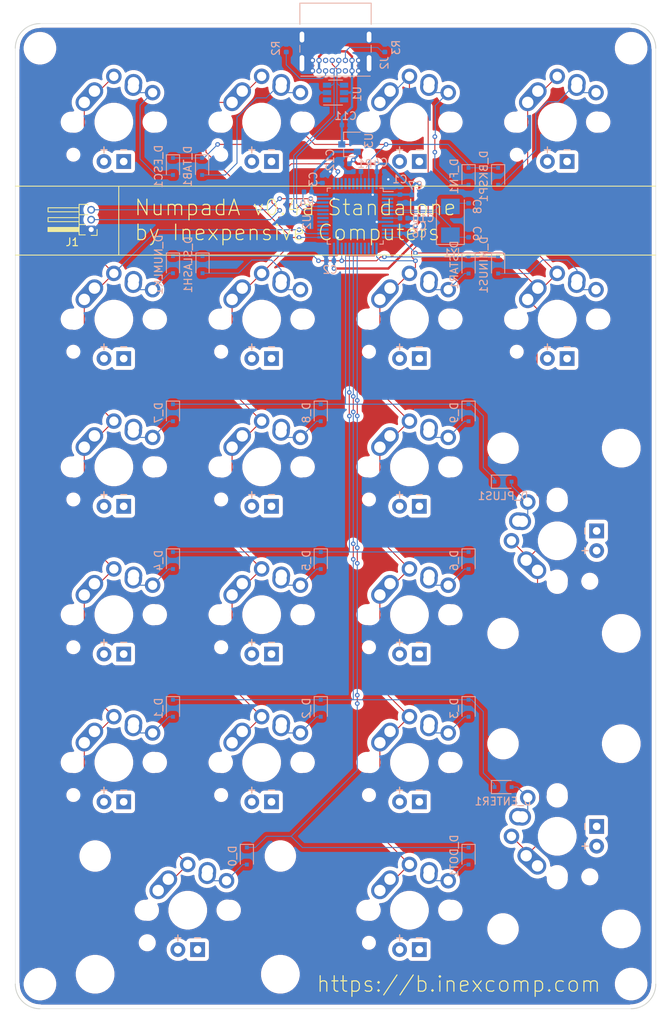
<source format=kicad_pcb>
(kicad_pcb (version 20171130) (host pcbnew 5.1.5)
  (layers (0 F.Cu signal) (31 B.Cu signal) (34 B.Paste user) (35 F.Paste user) (36 B.SilkS user) (37 F.SilkS user) (38 B.Mask user) (39 F.Mask user) (44 Edge.Cuts user))
  (net 0 "")
  (net 1 col1)
  (net 2 col2)
  (net 3 col3)
  (net 4 col4)
  (net 5 row1)
  (net 6 row2)
  (net 7 row3)
  (net 8 row4)
  (net 9 row5)
  (net 10 row6)
  (net 11 GND)
  (net 12 +5V)
  (net 13 /CC1)
  (net 14 /CC2)
  (net 15 VBAT)
  (net 16 DA+)
  (net 17 DA-)
  (net 18 "Net-(D_0-Pad2)")
  (net 19 "Net-(D_1-Pad2)")
  (net 20 "Net-(D_2-Pad2)")
  (net 21 "Net-(D_3-Pad2)")
  (net 22 "Net-(D_4-Pad2)")
  (net 23 "Net-(D_5-Pad2)")
  (net 24 "Net-(D_6-Pad2)")
  (net 25 "Net-(D_7-Pad2)")
  (net 26 "Net-(D_8-Pad2)")
  (net 27 "Net-(D_9-Pad2)")
  (net 28 "Net-(D_BKSP1-Pad2)")
  (net 29 "Net-(D_DOT1-Pad2)")
  (net 30 "Net-(D_ENTER1-Pad2)")
  (net 31 "Net-(D_ESC1-Pad2)")
  (net 32 "Net-(D_FN1-Pad2)")
  (net 33 "Net-(D_MINUS1-Pad2)")
  (net 34 "Net-(D_NUMLK1-Pad2)")
  (net 35 "Net-(D_PLUS1-Pad2)")
  (net 36 "Net-(D_SLASH1-Pad2)")
  (net 37 "Net-(D_STAR1-Pad2)")
  (net 38 "Net-(D_TAB1-Pad2)")
  (net 39 PD0)
  (net 40 PD1)
  (net 41 NRST)
  (net 42 SWDIO)
  (net 43 SWDCLK)
  (net 44 BOOT0)
  (module Diode_SMD:D_SOD-323F (layer B.Cu) (at 122.5 53.34 270)
    (fp_text reference D_TAB1 (at 0 1.85 90) (layer B.SilkS) (effects (justify mirror)))
    (fp_text value 1N4148)
    (pad 2 smd rect (at 1.1 0 270) (size 0.5 0.5) (layers B.Cu B.Paste B.Mask) (net 38 "Net-(D_TAB1-Pad2)"))
    (pad 1 smd rect (at -1.1 0 270) (size 0.5 0.5) (layers B.Cu B.Paste B.Mask) (net 5 row1))
  )
  (module Diode_SMD:D_SOD-323F (layer B.Cu) (at 156.845 66.04 270)
    (fp_text reference D_STAR1 (at 0 1.85 90) (layer B.SilkS) (effects (justify mirror)))
    (fp_text value 1N4148)
    (pad 2 smd rect (at 1.1 0 270) (size 0.5 0.5) (layers B.Cu B.Paste B.Mask) (net 37 "Net-(D_STAR1-Pad2)"))
    (pad 1 smd rect (at -1.1 0 270) (size 0.5 0.5) (layers B.Cu B.Paste B.Mask) (net 6 row2))
  )
  (module Diode_SMD:D_SOD-323F (layer B.Cu) (at 122.555 66 270)
    (fp_text reference D_SLASH1 (at 0 1.85 90) (layer B.SilkS) (effects (justify mirror)))
    (fp_text value 1N4148)
    (pad 2 smd rect (at 1.1 0 270) (size 0.5 0.5) (layers B.Cu B.Paste B.Mask) (net 36 "Net-(D_SLASH1-Pad2)"))
    (pad 1 smd rect (at -1.1 0 270) (size 0.5 0.5) (layers B.Cu B.Paste B.Mask) (net 6 row2))
  )
  (module Diode_SMD:D_SOD-323F (layer B.Cu) (at 161.29 93.98)
    (fp_text reference D_PLUS1 (at 0 1.85) (layer B.SilkS) (effects (justify mirror)))
    (fp_text value 1N4148)
    (pad 2 smd rect (at 1.1 0) (size 0.5 0.5) (layers B.Cu B.Paste B.Mask) (net 35 "Net-(D_PLUS1-Pad2)"))
    (pad 1 smd rect (at -1.1 0) (size 0.5 0.5) (layers B.Cu B.Paste B.Mask) (net 7 row3))
  )
  (module Diode_SMD:D_SOD-323F (layer B.Cu) (at 118.745 66 270)
    (fp_text reference D_NUMLK1 (at 0 1.85 90) (layer B.SilkS) (effects (justify mirror)))
    (fp_text value 1N4148)
    (pad 2 smd rect (at 1.1 0 270) (size 0.5 0.5) (layers B.Cu B.Paste B.Mask) (net 34 "Net-(D_NUMLK1-Pad2)"))
    (pad 1 smd rect (at -1.1 0 270) (size 0.5 0.5) (layers B.Cu B.Paste B.Mask) (net 6 row2))
  )
  (module Diode_SMD:D_SOD-323F (layer B.Cu) (at 160.655 66.04 270)
    (fp_text reference D_MINUS1 (at 0 1.85 90) (layer B.SilkS) (effects (justify mirror)))
    (fp_text value 1N4148)
    (pad 2 smd rect (at 1.1 0 270) (size 0.5 0.5) (layers B.Cu B.Paste B.Mask) (net 33 "Net-(D_MINUS1-Pad2)"))
    (pad 1 smd rect (at -1.1 0 270) (size 0.5 0.5) (layers B.Cu B.Paste B.Mask) (net 6 row2))
  )
  (module Diode_SMD:D_SOD-323F (layer B.Cu) (at 156.845 54.61 270)
    (fp_text reference D_FN1 (at 0 1.85 90) (layer B.SilkS) (effects (justify mirror)))
    (fp_text value 1N4148)
    (pad 2 smd rect (at 1.1 0 270) (size 0.5 0.5) (layers B.Cu B.Paste B.Mask) (net 32 "Net-(D_FN1-Pad2)"))
    (pad 1 smd rect (at -1.1 0 270) (size 0.5 0.5) (layers B.Cu B.Paste B.Mask) (net 5 row1))
  )
  (module Diode_SMD:D_SOD-323F (layer B.Cu) (at 118.745 53.34 270)
    (fp_text reference D_ESC1 (at 0 1.85 90) (layer B.SilkS) (effects (justify mirror)))
    (fp_text value 1N4148)
    (pad 2 smd rect (at 1.1 0 270) (size 0.5 0.5) (layers B.Cu B.Paste B.Mask) (net 31 "Net-(D_ESC1-Pad2)"))
    (pad 1 smd rect (at -1.1 0 270) (size 0.5 0.5) (layers B.Cu B.Paste B.Mask) (net 5 row1))
  )
  (module Diode_SMD:D_SOD-323F (layer B.Cu) (at 161.29 133.35)
    (fp_text reference D_ENTER1 (at 0 1.85) (layer B.SilkS) (effects (justify mirror)))
    (fp_text value 1N4148)
    (pad 2 smd rect (at 1.1 0) (size 0.5 0.5) (layers B.Cu B.Paste B.Mask) (net 30 "Net-(D_ENTER1-Pad2)"))
    (pad 1 smd rect (at -1.1 0) (size 0.5 0.5) (layers B.Cu B.Paste B.Mask) (net 9 row5))
  )
  (module Diode_SMD:D_SOD-323F (layer B.Cu) (at 156.845 142.24 270)
    (fp_text reference D_DOT1 (at 0 1.85 90) (layer B.SilkS) (effects (justify mirror)))
    (fp_text value 1N4148)
    (pad 2 smd rect (at 1.1 0 270) (size 0.5 0.5) (layers B.Cu B.Paste B.Mask) (net 29 "Net-(D_DOT1-Pad2)"))
    (pad 1 smd rect (at -1.1 0 270) (size 0.5 0.5) (layers B.Cu B.Paste B.Mask) (net 10 row6))
  )
  (module Diode_SMD:D_SOD-323F (layer B.Cu) (at 160.655 54.61 270)
    (fp_text reference D_BKSP1 (at 0 1.85 90) (layer B.SilkS) (effects (justify mirror)))
    (fp_text value 1N4148)
    (pad 2 smd rect (at 1.1 0 270) (size 0.5 0.5) (layers B.Cu B.Paste B.Mask) (net 28 "Net-(D_BKSP1-Pad2)"))
    (pad 1 smd rect (at -1.1 0 270) (size 0.5 0.5) (layers B.Cu B.Paste B.Mask) (net 5 row1))
  )
  (module Diode_SMD:D_SOD-323F (layer B.Cu) (at 156.845 85.09 270)
    (fp_text reference D_9 (at 0 1.85 90) (layer B.SilkS) (effects (justify mirror)))
    (fp_text value 1N4148)
    (pad 2 smd rect (at 1.1 0 270) (size 0.5 0.5) (layers B.Cu B.Paste B.Mask) (net 27 "Net-(D_9-Pad2)"))
    (pad 1 smd rect (at -1.1 0 270) (size 0.5 0.5) (layers B.Cu B.Paste B.Mask) (net 7 row3))
  )
  (module Diode_SMD:D_SOD-323F (layer B.Cu) (at 137.795 85.09 270)
    (fp_text reference D_8 (at 0 1.85 90) (layer B.SilkS) (effects (justify mirror)))
    (fp_text value 1N4148)
    (pad 2 smd rect (at 1.1 0 270) (size 0.5 0.5) (layers B.Cu B.Paste B.Mask) (net 26 "Net-(D_8-Pad2)"))
    (pad 1 smd rect (at -1.1 0 270) (size 0.5 0.5) (layers B.Cu B.Paste B.Mask) (net 7 row3))
  )
  (module Diode_SMD:D_SOD-323F (layer B.Cu) (at 118.745 85.09 270)
    (fp_text reference D_7 (at 0 1.85 90) (layer B.SilkS) (effects (justify mirror)))
    (fp_text value 1N4148)
    (pad 2 smd rect (at 1.1 0 270) (size 0.5 0.5) (layers B.Cu B.Paste B.Mask) (net 25 "Net-(D_7-Pad2)"))
    (pad 1 smd rect (at -1.1 0 270) (size 0.5 0.5) (layers B.Cu B.Paste B.Mask) (net 7 row3))
  )
  (module Diode_SMD:D_SOD-323F (layer B.Cu) (at 156.845 104.14 270)
    (fp_text reference D_6 (at 0 1.85 90) (layer B.SilkS) (effects (justify mirror)))
    (fp_text value 1N4148)
    (pad 2 smd rect (at 1.1 0 270) (size 0.5 0.5) (layers B.Cu B.Paste B.Mask) (net 24 "Net-(D_6-Pad2)"))
    (pad 1 smd rect (at -1.1 0 270) (size 0.5 0.5) (layers B.Cu B.Paste B.Mask) (net 8 row4))
  )
  (module Diode_SMD:D_SOD-323F (layer B.Cu) (at 137.795 104.14 270)
    (fp_text reference D_5 (at 0 1.85 90) (layer B.SilkS) (effects (justify mirror)))
    (fp_text value 1N4148)
    (pad 2 smd rect (at 1.1 0 270) (size 0.5 0.5) (layers B.Cu B.Paste B.Mask) (net 23 "Net-(D_5-Pad2)"))
    (pad 1 smd rect (at -1.1 0 270) (size 0.5 0.5) (layers B.Cu B.Paste B.Mask) (net 8 row4))
  )
  (module Diode_SMD:D_SOD-323F (layer B.Cu) (at 118.745 104.14 270)
    (fp_text reference D_4 (at 0 1.85 90) (layer B.SilkS) (effects (justify mirror)))
    (fp_text value 1N4148)
    (pad 2 smd rect (at 1.1 0 270) (size 0.5 0.5) (layers B.Cu B.Paste B.Mask) (net 22 "Net-(D_4-Pad2)"))
    (pad 1 smd rect (at -1.1 0 270) (size 0.5 0.5) (layers B.Cu B.Paste B.Mask) (net 8 row4))
  )
  (module Diode_SMD:D_SOD-323F (layer B.Cu) (at 156.845 123.19 270)
    (fp_text reference D_3 (at 0 1.85 90) (layer B.SilkS) (effects (justify mirror)))
    (fp_text value 1N4148)
    (pad 2 smd rect (at 1.1 0 270) (size 0.5 0.5) (layers B.Cu B.Paste B.Mask) (net 21 "Net-(D_3-Pad2)"))
    (pad 1 smd rect (at -1.1 0 270) (size 0.5 0.5) (layers B.Cu B.Paste B.Mask) (net 9 row5))
  )
  (module Diode_SMD:D_SOD-323F (layer B.Cu) (at 137.795 123.19 270)
    (fp_text reference D_2 (at 0 1.85 90) (layer B.SilkS) (effects (justify mirror)))
    (fp_text value 1N4148)
    (pad 2 smd rect (at 1.1 0 270) (size 0.5 0.5) (layers B.Cu B.Paste B.Mask) (net 20 "Net-(D_2-Pad2)"))
    (pad 1 smd rect (at -1.1 0 270) (size 0.5 0.5) (layers B.Cu B.Paste B.Mask) (net 9 row5))
  )
  (module Diode_SMD:D_SOD-323F (layer B.Cu) (at 118.745 123.19 270)
    (fp_text reference D_1 (at 0 1.85 90) (layer B.SilkS) (effects (justify mirror)))
    (fp_text value 1N4148)
    (pad 2 smd rect (at 1.1 0 270) (size 0.5 0.5) (layers B.Cu B.Paste B.Mask) (net 19 "Net-(D_1-Pad2)"))
    (pad 1 smd rect (at -1.1 0 270) (size 0.5 0.5) (layers B.Cu B.Paste B.Mask) (net 9 row5))
  )
  (module Diode_SMD:D_SOD-323F (layer B.Cu) (at 128.27 142.24 270)
    (fp_text reference D_0 (at 0 1.85 90) (layer B.SilkS) (effects (justify mirror)))
    (fp_text value 1N4148)
    (pad 2 smd rect (at 1.1 0 270) (size 0.5 0.5) (layers B.Cu B.Paste B.Mask) (net 18 "Net-(D_0-Pad2)"))
    (pad 1 smd rect (at -1.1 0 270) (size 0.5 0.5) (layers B.Cu B.Paste B.Mask) (net 10 row6))
  )
  (module Keebio-Parts:MX-Alps-Choc-1U (layer F.Cu) (at 130.175 47.625)
    (fp_text reference SW_TAB1)
    (fp_text value SW_Push)
    (fp_text user - (at 1.27 3.5) (layer B.SilkS))
    (fp_text user - (at 1.27 3.5) (layer F.SilkS))
    (fp_text user + (at -1.27 3.5) (layer B.SilkS))
    (fp_text user + (at -1.27 3.5) (layer F.SilkS))
    (pad 4 thru_hole rect (at 1.27 5.08) (size 1.905 1.905) (drill 0.9906) (layers *.Cu *.Mask))
    (pad 3 thru_hole circle (at -1.27 5.08) (size 1.905 1.905) (drill 0.9906) (layers *.Cu *.Mask))
    (pad "" np_thru_hole circle (at -5.22 4.2 48.1) (size 0.8 0.8) (drill 0.8) (layers *.Cu *.Mask))
    (pad "" np_thru_hole circle (at 5.5 0 48.1) (size 1.7 1.7) (drill 1.7) (layers *.Cu *.Mask))
    (pad "" np_thru_hole circle (at -5.5 0 48.1) (size 1.7 1.7) (drill 1.7) (layers *.Cu *.Mask))
    (pad 1 thru_hole circle (at 0 -5.9) (size 2 2) (drill 1.2) (layers *.Cu *.Mask) (net 2 col2))
    (pad 2 thru_hole circle (at 5 -3.8) (size 2 2) (drill 1.2) (layers *.Cu *.Mask) (net 38 "Net-(D_TAB1-Pad2)"))
    (pad "" np_thru_hole circle (at 5.08 0 48.0996) (size 1.75 1.75) (drill 1.75) (layers *.Cu *.Mask))
    (pad "" np_thru_hole circle (at -5.08 0 48.0996) (size 1.75 1.75) (drill 1.75) (layers *.Cu *.Mask))
    (pad 1 thru_hole circle (at -2.5 -4) (size 2.25 2.25) (drill 1.47) (layers *.Cu *.Mask) (net 2 col2))
    (pad "" np_thru_hole circle (at 0 0) (size 3.9878 3.9878) (drill 3.9878) (layers *.Cu *.Mask))
    (pad 1 thru_hole oval (at -3.81 -2.54 48.1) (size 4.211556 2.25) (drill 1.47 (offset 0.980778 0)) (layers *.Cu *.Mask) (net 2 col2))
    (pad 2 thru_hole circle (at 2.54 -5.08) (size 2.25 2.25) (drill 1.47) (layers *.Cu *.Mask) (net 38 "Net-(D_TAB1-Pad2)"))
    (pad 2 thru_hole oval (at 2.5 -4.5 86.1) (size 2.831378 2.25) (drill 1.47 (offset 0.290689 0)) (layers *.Cu *.Mask) (net 38 "Net-(D_TAB1-Pad2)"))
  )
  (module Package_TO_SOT_SMD:SOT-23-6 (layer B.Cu) (at 139.7 43.815)
    (fp_text reference U1 (at 2.8 0.185 90) (layer B.SilkS) (effects (justify mirror)))
    (fp_text value SRV05-4)
    (pad 5 smd rect (at 1.1 0) (size 1.06 0.65) (layers B.Cu B.Paste B.Mask) (net 12 +5V))
    (pad 6 smd rect (at 1.1 0.95) (size 1.06 0.65) (layers B.Cu B.Paste B.Mask))
    (pad 4 smd rect (at 1.1 -0.95) (size 1.06 0.65) (layers B.Cu B.Paste B.Mask) (net 17 DA-))
    (pad 3 smd rect (at -1.1 -0.95) (size 1.06 0.65) (layers B.Cu B.Paste B.Mask) (net 16 DA+))
    (pad 2 smd rect (at -1.1 0) (size 1.06 0.65) (layers B.Cu B.Paste B.Mask) (net 11 GND))
    (pad 1 smd rect (at -1.1 0.95) (size 1.06 0.65) (layers B.Cu B.Paste B.Mask))
  )
  (module Package_TO_SOT_SMD:SOT-23 (layer B.Cu) (at 141.5 50.5 180)
    (fp_text reference U3 (at -2.5 0.5 90) (layer B.SilkS) (effects (justify mirror)))
    (fp_text value XC6206PxxxMR)
    (pad 3 smd rect (at 1 0 180) (size 0.9 0.8) (layers B.Cu B.Paste B.Mask) (net 12 +5V))
    (pad 2 smd rect (at -1 -0.95 180) (size 0.9 0.8) (layers B.Cu B.Paste B.Mask) (net 15 VBAT))
    (pad 1 smd rect (at -1 0.95 180) (size 0.9 0.8) (layers B.Cu B.Paste B.Mask) (net 11 GND))
  )
  (module Keebio-Parts:MX-Alps-Choc-1U (layer F.Cu) (at 149.225 47.625)
    (fp_text reference SW_FN1)
    (fp_text value SW_Push)
    (fp_text user - (at 1.27 3.5) (layer B.SilkS))
    (fp_text user - (at 1.27 3.5) (layer F.SilkS))
    (fp_text user + (at -1.27 3.5) (layer B.SilkS))
    (fp_text user + (at -1.27 3.5) (layer F.SilkS))
    (pad 4 thru_hole rect (at 1.27 5.08) (size 1.905 1.905) (drill 0.9906) (layers *.Cu *.Mask))
    (pad 3 thru_hole circle (at -1.27 5.08) (size 1.905 1.905) (drill 0.9906) (layers *.Cu *.Mask))
    (pad "" np_thru_hole circle (at -5.22 4.2 48.1) (size 0.8 0.8) (drill 0.8) (layers *.Cu *.Mask))
    (pad "" np_thru_hole circle (at 5.5 0 48.1) (size 1.7 1.7) (drill 1.7) (layers *.Cu *.Mask))
    (pad "" np_thru_hole circle (at -5.5 0 48.1) (size 1.7 1.7) (drill 1.7) (layers *.Cu *.Mask))
    (pad 1 thru_hole circle (at 0 -5.9) (size 2 2) (drill 1.2) (layers *.Cu *.Mask) (net 3 col3))
    (pad 2 thru_hole circle (at 5 -3.8) (size 2 2) (drill 1.2) (layers *.Cu *.Mask) (net 32 "Net-(D_FN1-Pad2)"))
    (pad "" np_thru_hole circle (at 5.08 0 48.0996) (size 1.75 1.75) (drill 1.75) (layers *.Cu *.Mask))
    (pad "" np_thru_hole circle (at -5.08 0 48.0996) (size 1.75 1.75) (drill 1.75) (layers *.Cu *.Mask))
    (pad 1 thru_hole circle (at -2.5 -4) (size 2.25 2.25) (drill 1.47) (layers *.Cu *.Mask) (net 3 col3))
    (pad "" np_thru_hole circle (at 0 0) (size 3.9878 3.9878) (drill 3.9878) (layers *.Cu *.Mask))
    (pad 1 thru_hole oval (at -3.81 -2.54 48.1) (size 4.211556 2.25) (drill 1.47 (offset 0.980778 0)) (layers *.Cu *.Mask) (net 3 col3))
    (pad 2 thru_hole circle (at 2.54 -5.08) (size 2.25 2.25) (drill 1.47) (layers *.Cu *.Mask) (net 32 "Net-(D_FN1-Pad2)"))
    (pad 2 thru_hole oval (at 2.5 -4.5 86.1) (size 2.831378 2.25) (drill 1.47 (offset 0.290689 0)) (layers *.Cu *.Mask) (net 32 "Net-(D_FN1-Pad2)"))
  )
  (module MountingHole:MountingHole_3.2mm_M3 (layer F.Cu) (at 177.8 158.75)
    (fp_text reference H4 hide)
    (fp_text value MountingHole)
    (pad 1 np_thru_hole circle (at 0 0) (size 3.2 3.2) (drill 3.2) (layers *.Cu *.Mask))
  )
  (module MountingHole:MountingHole_3.2mm_M3 (layer F.Cu) (at 101.6 158.75)
    (fp_text reference H3 hide)
    (fp_text value MountingHole)
    (pad 1 np_thru_hole circle (at 0 0) (size 3.2 3.2) (drill 3.2) (layers *.Cu *.Mask))
  )
  (module MountingHole:MountingHole_3.2mm_M3 (layer F.Cu) (at 177.8 38.1)
    (fp_text reference H2 hide)
    (fp_text value MountingHole)
    (pad 1 np_thru_hole circle (at 0 0) (size 3.2 3.2) (drill 3.2) (layers *.Cu *.Mask))
  )
  (module MountingHole:MountingHole_3.2mm_M3 (layer F.Cu) (at 101.6 38.1)
    (fp_text reference H1 hide)
    (fp_text value MountingHole)
    (pad 1 np_thru_hole circle (at 0 0) (size 3.2 3.2) (drill 3.2) (layers *.Cu *.Mask))
  )
  (module Keebio-Parts:MX-Alps-Choc-1U (layer F.Cu) (at 111.125 73.025)
    (fp_text reference SW_NUMLK1)
    (fp_text value SW_Push)
    (fp_text user - (at 1.27 3.5) (layer B.SilkS))
    (fp_text user - (at 1.27 3.5) (layer F.SilkS))
    (fp_text user + (at -1.27 3.5) (layer B.SilkS))
    (fp_text user + (at -1.27 3.5) (layer F.SilkS))
    (pad 4 thru_hole rect (at 1.27 5.08) (size 1.905 1.905) (drill 0.9906) (layers *.Cu *.Mask))
    (pad 3 thru_hole circle (at -1.27 5.08) (size 1.905 1.905) (drill 0.9906) (layers *.Cu *.Mask))
    (pad "" np_thru_hole circle (at -5.22 4.2 48.1) (size 0.8 0.8) (drill 0.8) (layers *.Cu *.Mask))
    (pad "" np_thru_hole circle (at 5.5 0 48.1) (size 1.7 1.7) (drill 1.7) (layers *.Cu *.Mask))
    (pad "" np_thru_hole circle (at -5.5 0 48.1) (size 1.7 1.7) (drill 1.7) (layers *.Cu *.Mask))
    (pad 1 thru_hole circle (at 0 -5.9) (size 2 2) (drill 1.2) (layers *.Cu *.Mask) (net 1 col1))
    (pad 2 thru_hole circle (at 5 -3.8) (size 2 2) (drill 1.2) (layers *.Cu *.Mask) (net 34 "Net-(D_NUMLK1-Pad2)"))
    (pad "" np_thru_hole circle (at 5.08 0 48.0996) (size 1.75 1.75) (drill 1.75) (layers *.Cu *.Mask))
    (pad "" np_thru_hole circle (at -5.08 0 48.0996) (size 1.75 1.75) (drill 1.75) (layers *.Cu *.Mask))
    (pad 1 thru_hole circle (at -2.5 -4) (size 2.25 2.25) (drill 1.47) (layers *.Cu *.Mask) (net 1 col1))
    (pad "" np_thru_hole circle (at 0 0) (size 3.9878 3.9878) (drill 3.9878) (layers *.Cu *.Mask))
    (pad 1 thru_hole oval (at -3.81 -2.54 48.1) (size 4.211556 2.25) (drill 1.47 (offset 0.980778 0)) (layers *.Cu *.Mask) (net 1 col1))
    (pad 2 thru_hole circle (at 2.54 -5.08) (size 2.25 2.25) (drill 1.47) (layers *.Cu *.Mask) (net 34 "Net-(D_NUMLK1-Pad2)"))
    (pad 2 thru_hole oval (at 2.5 -4.5 86.1) (size 2.831378 2.25) (drill 1.47 (offset 0.290689 0)) (layers *.Cu *.Mask) (net 34 "Net-(D_NUMLK1-Pad2)"))
  )
  (module Keebio-Parts:MX-Alps-Choc-1U (layer F.Cu) (at 149.225 73.025)
    (fp_text reference SW_STAR1)
    (fp_text value SW_Push)
    (fp_text user - (at 1.27 3.5) (layer B.SilkS))
    (fp_text user - (at 1.27 3.5) (layer F.SilkS))
    (fp_text user + (at -1.27 3.5) (layer B.SilkS))
    (fp_text user + (at -1.27 3.5) (layer F.SilkS))
    (pad 4 thru_hole rect (at 1.27 5.08) (size 1.905 1.905) (drill 0.9906) (layers *.Cu *.Mask))
    (pad 3 thru_hole circle (at -1.27 5.08) (size 1.905 1.905) (drill 0.9906) (layers *.Cu *.Mask))
    (pad "" np_thru_hole circle (at -5.22 4.2 48.1) (size 0.8 0.8) (drill 0.8) (layers *.Cu *.Mask))
    (pad "" np_thru_hole circle (at 5.5 0 48.1) (size 1.7 1.7) (drill 1.7) (layers *.Cu *.Mask))
    (pad "" np_thru_hole circle (at -5.5 0 48.1) (size 1.7 1.7) (drill 1.7) (layers *.Cu *.Mask))
    (pad 1 thru_hole circle (at 0 -5.9) (size 2 2) (drill 1.2) (layers *.Cu *.Mask) (net 3 col3))
    (pad 2 thru_hole circle (at 5 -3.8) (size 2 2) (drill 1.2) (layers *.Cu *.Mask) (net 37 "Net-(D_STAR1-Pad2)"))
    (pad "" np_thru_hole circle (at 5.08 0 48.0996) (size 1.75 1.75) (drill 1.75) (layers *.Cu *.Mask))
    (pad "" np_thru_hole circle (at -5.08 0 48.0996) (size 1.75 1.75) (drill 1.75) (layers *.Cu *.Mask))
    (pad 1 thru_hole circle (at -2.5 -4) (size 2.25 2.25) (drill 1.47) (layers *.Cu *.Mask) (net 3 col3))
    (pad "" np_thru_hole circle (at 0 0) (size 3.9878 3.9878) (drill 3.9878) (layers *.Cu *.Mask))
    (pad 1 thru_hole oval (at -3.81 -2.54 48.1) (size 4.211556 2.25) (drill 1.47 (offset 0.980778 0)) (layers *.Cu *.Mask) (net 3 col3))
    (pad 2 thru_hole circle (at 2.54 -5.08) (size 2.25 2.25) (drill 1.47) (layers *.Cu *.Mask) (net 37 "Net-(D_STAR1-Pad2)"))
    (pad 2 thru_hole oval (at 2.5 -4.5 86.1) (size 2.831378 2.25) (drill 1.47 (offset 0.290689 0)) (layers *.Cu *.Mask) (net 37 "Net-(D_STAR1-Pad2)"))
  )
  (module Keebio-Parts:MX-Alps-Choc-1U (layer F.Cu) (at 130.175 73.025)
    (fp_text reference SW_SLASH1)
    (fp_text value SW_Push)
    (fp_text user - (at 1.27 3.5) (layer B.SilkS))
    (fp_text user - (at 1.27 3.5) (layer F.SilkS))
    (fp_text user + (at -1.27 3.5) (layer B.SilkS))
    (fp_text user + (at -1.27 3.5) (layer F.SilkS))
    (pad 4 thru_hole rect (at 1.27 5.08) (size 1.905 1.905) (drill 0.9906) (layers *.Cu *.Mask))
    (pad 3 thru_hole circle (at -1.27 5.08) (size 1.905 1.905) (drill 0.9906) (layers *.Cu *.Mask))
    (pad "" np_thru_hole circle (at -5.22 4.2 48.1) (size 0.8 0.8) (drill 0.8) (layers *.Cu *.Mask))
    (pad "" np_thru_hole circle (at 5.5 0 48.1) (size 1.7 1.7) (drill 1.7) (layers *.Cu *.Mask))
    (pad "" np_thru_hole circle (at -5.5 0 48.1) (size 1.7 1.7) (drill 1.7) (layers *.Cu *.Mask))
    (pad 1 thru_hole circle (at 0 -5.9) (size 2 2) (drill 1.2) (layers *.Cu *.Mask) (net 2 col2))
    (pad 2 thru_hole circle (at 5 -3.8) (size 2 2) (drill 1.2) (layers *.Cu *.Mask) (net 36 "Net-(D_SLASH1-Pad2)"))
    (pad "" np_thru_hole circle (at 5.08 0 48.0996) (size 1.75 1.75) (drill 1.75) (layers *.Cu *.Mask))
    (pad "" np_thru_hole circle (at -5.08 0 48.0996) (size 1.75 1.75) (drill 1.75) (layers *.Cu *.Mask))
    (pad 1 thru_hole circle (at -2.5 -4) (size 2.25 2.25) (drill 1.47) (layers *.Cu *.Mask) (net 2 col2))
    (pad "" np_thru_hole circle (at 0 0) (size 3.9878 3.9878) (drill 3.9878) (layers *.Cu *.Mask))
    (pad 1 thru_hole oval (at -3.81 -2.54 48.1) (size 4.211556 2.25) (drill 1.47 (offset 0.980778 0)) (layers *.Cu *.Mask) (net 2 col2))
    (pad 2 thru_hole circle (at 2.54 -5.08) (size 2.25 2.25) (drill 1.47) (layers *.Cu *.Mask) (net 36 "Net-(D_SLASH1-Pad2)"))
    (pad 2 thru_hole oval (at 2.5 -4.5 86.1) (size 2.831378 2.25) (drill 1.47 (offset 0.290689 0)) (layers *.Cu *.Mask) (net 36 "Net-(D_SLASH1-Pad2)"))
  )
  (module Keebio-Parts:MX-Alps-Choc-2U (layer F.Cu) (at 168.275 101.6 90)
    (fp_text reference SW_PLUS1)
    (fp_text value SW_Push)
    (fp_text user - (at 1.27 3.5 90) (layer B.SilkS))
    (fp_text user - (at 1.27 3.5 90) (layer F.SilkS))
    (fp_text user + (at -1.27 3.5 90) (layer B.SilkS))
    (fp_text user + (at -1.27 3.5 90) (layer F.SilkS))
    (pad "" np_thru_hole circle (at -11.938 -6.985 90) (size 3.048 3.048) (drill 3.048) (layers *.Cu *.Mask))
    (pad "" np_thru_hole circle (at -11.938 8.255 90) (size 3.9878 3.9878) (drill 3.9878) (layers *.Cu *.Mask))
    (pad "" np_thru_hole circle (at 11.938 -6.985 90) (size 3.048 3.048) (drill 3.048) (layers *.Cu *.Mask))
    (pad "" np_thru_hole circle (at 11.938 8.255 90) (size 3.9878 3.9878) (drill 3.9878) (layers *.Cu *.Mask))
    (pad 4 thru_hole rect (at 1.27 5.08 90) (size 1.905 1.905) (drill 0.9906) (layers *.Cu *.Mask))
    (pad 3 thru_hole circle (at -1.27 5.08 90) (size 1.905 1.905) (drill 0.9906) (layers *.Cu *.Mask))
    (pad "" np_thru_hole circle (at -5.22 4.2 138.1) (size 1.2 1.2) (drill 1.2) (layers *.Cu *.Mask))
    (pad "" np_thru_hole circle (at 5.5 0 138.1) (size 1.7 1.7) (drill 1.7) (layers *.Cu *.Mask))
    (pad "" np_thru_hole circle (at -5.5 0 138.1) (size 1.7 1.7) (drill 1.7) (layers *.Cu *.Mask))
    (pad 1 thru_hole circle (at 0 -5.9 90) (size 2 2) (drill 1.2) (layers *.Cu *.Mask) (net 4 col4))
    (pad 2 thru_hole circle (at 5 -3.8 90) (size 2 2) (drill 1.2) (layers *.Cu *.Mask) (net 35 "Net-(D_PLUS1-Pad2)"))
    (pad "" np_thru_hole circle (at 5.08 0 138.0996) (size 1.75 1.75) (drill 1.75) (layers *.Cu *.Mask))
    (pad "" np_thru_hole circle (at -5.08 0 138.0996) (size 1.75 1.75) (drill 1.75) (layers *.Cu *.Mask))
    (pad 1 thru_hole circle (at -2.5 -4 90) (size 2.25 2.25) (drill 1.47) (layers *.Cu *.Mask) (net 4 col4))
    (pad "" np_thru_hole circle (at 0 0 90) (size 3.9878 3.9878) (drill 3.9878) (layers *.Cu *.Mask))
    (pad 1 thru_hole oval (at -3.81 -2.54 138.1) (size 4.211556 2.25) (drill 1.47 (offset 0.980778 0)) (layers *.Cu *.Mask) (net 4 col4))
    (pad 2 thru_hole circle (at 2.54 -5.08 90) (size 2.25 2.25) (drill 1.47) (layers *.Cu *.Mask) (net 35 "Net-(D_PLUS1-Pad2)"))
    (pad 2 thru_hole oval (at 2.5 -4.5 176.1) (size 2.831378 2.25) (drill 1.47 (offset 0.290689 0)) (layers *.Cu *.Mask) (net 35 "Net-(D_PLUS1-Pad2)"))
  )
  (module Keebio-Parts:MX-Alps-Choc-1U (layer F.Cu) (at 168.275 73.025)
    (fp_text reference SW_MINUS1)
    (fp_text value SW_Push)
    (fp_text user - (at 1.27 3.5) (layer B.SilkS))
    (fp_text user - (at 1.27 3.5) (layer F.SilkS))
    (fp_text user + (at -1.27 3.5) (layer B.SilkS))
    (fp_text user + (at -1.27 3.5) (layer F.SilkS))
    (pad 4 thru_hole rect (at 1.27 5.08) (size 1.905 1.905) (drill 0.9906) (layers *.Cu *.Mask))
    (pad 3 thru_hole circle (at -1.27 5.08) (size 1.905 1.905) (drill 0.9906) (layers *.Cu *.Mask))
    (pad "" np_thru_hole circle (at -5.22 4.2 48.1) (size 0.8 0.8) (drill 0.8) (layers *.Cu *.Mask))
    (pad "" np_thru_hole circle (at 5.5 0 48.1) (size 1.7 1.7) (drill 1.7) (layers *.Cu *.Mask))
    (pad "" np_thru_hole circle (at -5.5 0 48.1) (size 1.7 1.7) (drill 1.7) (layers *.Cu *.Mask))
    (pad 1 thru_hole circle (at 0 -5.9) (size 2 2) (drill 1.2) (layers *.Cu *.Mask) (net 4 col4))
    (pad 2 thru_hole circle (at 5 -3.8) (size 2 2) (drill 1.2) (layers *.Cu *.Mask) (net 33 "Net-(D_MINUS1-Pad2)"))
    (pad "" np_thru_hole circle (at 5.08 0 48.0996) (size 1.75 1.75) (drill 1.75) (layers *.Cu *.Mask))
    (pad "" np_thru_hole circle (at -5.08 0 48.0996) (size 1.75 1.75) (drill 1.75) (layers *.Cu *.Mask))
    (pad 1 thru_hole circle (at -2.5 -4) (size 2.25 2.25) (drill 1.47) (layers *.Cu *.Mask) (net 4 col4))
    (pad "" np_thru_hole circle (at 0 0) (size 3.9878 3.9878) (drill 3.9878) (layers *.Cu *.Mask))
    (pad 1 thru_hole oval (at -3.81 -2.54 48.1) (size 4.211556 2.25) (drill 1.47 (offset 0.980778 0)) (layers *.Cu *.Mask) (net 4 col4))
    (pad 2 thru_hole circle (at 2.54 -5.08) (size 2.25 2.25) (drill 1.47) (layers *.Cu *.Mask) (net 33 "Net-(D_MINUS1-Pad2)"))
    (pad 2 thru_hole oval (at 2.5 -4.5 86.1) (size 2.831378 2.25) (drill 1.47 (offset 0.290689 0)) (layers *.Cu *.Mask) (net 33 "Net-(D_MINUS1-Pad2)"))
  )
  (module Keebio-Parts:MX-Alps-Choc-1U (layer F.Cu) (at 111.125 47.625)
    (fp_text reference SW_ESC1)
    (fp_text value SW_Push)
    (fp_text user - (at 1.27 3.5) (layer B.SilkS))
    (fp_text user - (at 1.27 3.5) (layer F.SilkS))
    (fp_text user + (at -1.27 3.5) (layer B.SilkS))
    (fp_text user + (at -1.27 3.5) (layer F.SilkS))
    (pad 4 thru_hole rect (at 1.27 5.08) (size 1.905 1.905) (drill 0.9906) (layers *.Cu *.Mask))
    (pad 3 thru_hole circle (at -1.27 5.08) (size 1.905 1.905) (drill 0.9906) (layers *.Cu *.Mask))
    (pad "" np_thru_hole circle (at -5.22 4.2 48.1) (size 0.8 0.8) (drill 0.8) (layers *.Cu *.Mask))
    (pad "" np_thru_hole circle (at 5.5 0 48.1) (size 1.7 1.7) (drill 1.7) (layers *.Cu *.Mask))
    (pad "" np_thru_hole circle (at -5.5 0 48.1) (size 1.7 1.7) (drill 1.7) (layers *.Cu *.Mask))
    (pad 1 thru_hole circle (at 0 -5.9) (size 2 2) (drill 1.2) (layers *.Cu *.Mask) (net 1 col1))
    (pad 2 thru_hole circle (at 5 -3.8) (size 2 2) (drill 1.2) (layers *.Cu *.Mask) (net 31 "Net-(D_ESC1-Pad2)"))
    (pad "" np_thru_hole circle (at 5.08 0 48.0996) (size 1.75 1.75) (drill 1.75) (layers *.Cu *.Mask))
    (pad "" np_thru_hole circle (at -5.08 0 48.0996) (size 1.75 1.75) (drill 1.75) (layers *.Cu *.Mask))
    (pad 1 thru_hole circle (at -2.5 -4) (size 2.25 2.25) (drill 1.47) (layers *.Cu *.Mask) (net 1 col1))
    (pad "" np_thru_hole circle (at 0 0) (size 3.9878 3.9878) (drill 3.9878) (layers *.Cu *.Mask))
    (pad 1 thru_hole oval (at -3.81 -2.54 48.1) (size 4.211556 2.25) (drill 1.47 (offset 0.980778 0)) (layers *.Cu *.Mask) (net 1 col1))
    (pad 2 thru_hole circle (at 2.54 -5.08) (size 2.25 2.25) (drill 1.47) (layers *.Cu *.Mask) (net 31 "Net-(D_ESC1-Pad2)"))
    (pad 2 thru_hole oval (at 2.5 -4.5 86.1) (size 2.831378 2.25) (drill 1.47 (offset 0.290689 0)) (layers *.Cu *.Mask) (net 31 "Net-(D_ESC1-Pad2)"))
  )
  (module Keebio-Parts:MX-Alps-Choc-2U (layer F.Cu) (at 168.275 139.7 90)
    (fp_text reference SW_ENTER1)
    (fp_text value SW_Push)
    (fp_text user - (at 1.27 3.5 90) (layer B.SilkS))
    (fp_text user - (at 1.27 3.5 90) (layer F.SilkS))
    (fp_text user + (at -1.27 3.5 90) (layer B.SilkS))
    (fp_text user + (at -1.27 3.5 90) (layer F.SilkS))
    (pad "" np_thru_hole circle (at -11.938 -6.985 90) (size 3.048 3.048) (drill 3.048) (layers *.Cu *.Mask))
    (pad "" np_thru_hole circle (at -11.938 8.255 90) (size 3.9878 3.9878) (drill 3.9878) (layers *.Cu *.Mask))
    (pad "" np_thru_hole circle (at 11.938 -6.985 90) (size 3.048 3.048) (drill 3.048) (layers *.Cu *.Mask))
    (pad "" np_thru_hole circle (at 11.938 8.255 90) (size 3.9878 3.9878) (drill 3.9878) (layers *.Cu *.Mask))
    (pad 4 thru_hole rect (at 1.27 5.08 90) (size 1.905 1.905) (drill 0.9906) (layers *.Cu *.Mask))
    (pad 3 thru_hole circle (at -1.27 5.08 90) (size 1.905 1.905) (drill 0.9906) (layers *.Cu *.Mask))
    (pad "" np_thru_hole circle (at -5.22 4.2 138.1) (size 1.2 1.2) (drill 1.2) (layers *.Cu *.Mask))
    (pad "" np_thru_hole circle (at 5.5 0 138.1) (size 1.7 1.7) (drill 1.7) (layers *.Cu *.Mask))
    (pad "" np_thru_hole circle (at -5.5 0 138.1) (size 1.7 1.7) (drill 1.7) (layers *.Cu *.Mask))
    (pad 1 thru_hole circle (at 0 -5.9 90) (size 2 2) (drill 1.2) (layers *.Cu *.Mask) (net 4 col4))
    (pad 2 thru_hole circle (at 5 -3.8 90) (size 2 2) (drill 1.2) (layers *.Cu *.Mask) (net 30 "Net-(D_ENTER1-Pad2)"))
    (pad "" np_thru_hole circle (at 5.08 0 138.0996) (size 1.75 1.75) (drill 1.75) (layers *.Cu *.Mask))
    (pad "" np_thru_hole circle (at -5.08 0 138.0996) (size 1.75 1.75) (drill 1.75) (layers *.Cu *.Mask))
    (pad 1 thru_hole circle (at -2.5 -4 90) (size 2.25 2.25) (drill 1.47) (layers *.Cu *.Mask) (net 4 col4))
    (pad "" np_thru_hole circle (at 0 0 90) (size 3.9878 3.9878) (drill 3.9878) (layers *.Cu *.Mask))
    (pad 1 thru_hole oval (at -3.81 -2.54 138.1) (size 4.211556 2.25) (drill 1.47 (offset 0.980778 0)) (layers *.Cu *.Mask) (net 4 col4))
    (pad 2 thru_hole circle (at 2.54 -5.08 90) (size 2.25 2.25) (drill 1.47) (layers *.Cu *.Mask) (net 30 "Net-(D_ENTER1-Pad2)"))
    (pad 2 thru_hole oval (at 2.5 -4.5 176.1) (size 2.831378 2.25) (drill 1.47 (offset 0.290689 0)) (layers *.Cu *.Mask) (net 30 "Net-(D_ENTER1-Pad2)"))
  )
  (module Keebio-Parts:MX-Alps-Choc-1U (layer F.Cu) (at 149.225 149.225)
    (fp_text reference SW_DOT1)
    (fp_text value SW_Push)
    (fp_text user - (at 1.27 3.5) (layer B.SilkS))
    (fp_text user - (at 1.27 3.5) (layer F.SilkS))
    (fp_text user + (at -1.27 3.5) (layer B.SilkS))
    (fp_text user + (at -1.27 3.5) (layer F.SilkS))
    (pad 4 thru_hole rect (at 1.27 5.08) (size 1.905 1.905) (drill 0.9906) (layers *.Cu *.Mask))
    (pad 3 thru_hole circle (at -1.27 5.08) (size 1.905 1.905) (drill 0.9906) (layers *.Cu *.Mask))
    (pad "" np_thru_hole circle (at -5.22 4.2 48.1) (size 0.8 0.8) (drill 0.8) (layers *.Cu *.Mask))
    (pad "" np_thru_hole circle (at 5.5 0 48.1) (size 1.7 1.7) (drill 1.7) (layers *.Cu *.Mask))
    (pad "" np_thru_hole circle (at -5.5 0 48.1) (size 1.7 1.7) (drill 1.7) (layers *.Cu *.Mask))
    (pad 1 thru_hole circle (at 0 -5.9) (size 2 2) (drill 1.2) (layers *.Cu *.Mask) (net 3 col3))
    (pad 2 thru_hole circle (at 5 -3.8) (size 2 2) (drill 1.2) (layers *.Cu *.Mask) (net 29 "Net-(D_DOT1-Pad2)"))
    (pad "" np_thru_hole circle (at 5.08 0 48.0996) (size 1.75 1.75) (drill 1.75) (layers *.Cu *.Mask))
    (pad "" np_thru_hole circle (at -5.08 0 48.0996) (size 1.75 1.75) (drill 1.75) (layers *.Cu *.Mask))
    (pad 1 thru_hole circle (at -2.5 -4) (size 2.25 2.25) (drill 1.47) (layers *.Cu *.Mask) (net 3 col3))
    (pad "" np_thru_hole circle (at 0 0) (size 3.9878 3.9878) (drill 3.9878) (layers *.Cu *.Mask))
    (pad 1 thru_hole oval (at -3.81 -2.54 48.1) (size 4.211556 2.25) (drill 1.47 (offset 0.980778 0)) (layers *.Cu *.Mask) (net 3 col3))
    (pad 2 thru_hole circle (at 2.54 -5.08) (size 2.25 2.25) (drill 1.47) (layers *.Cu *.Mask) (net 29 "Net-(D_DOT1-Pad2)"))
    (pad 2 thru_hole oval (at 2.5 -4.5 86.1) (size 2.831378 2.25) (drill 1.47 (offset 0.290689 0)) (layers *.Cu *.Mask) (net 29 "Net-(D_DOT1-Pad2)"))
  )
  (module Keebio-Parts:MX-Alps-Choc-1U (layer F.Cu) (at 168.275 47.625)
    (fp_text reference SW_BKSP1)
    (fp_text value SW_Push)
    (fp_text user - (at 1.27 3.5) (layer B.SilkS))
    (fp_text user - (at 1.27 3.5) (layer F.SilkS))
    (fp_text user + (at -1.27 3.5) (layer B.SilkS))
    (fp_text user + (at -1.27 3.5) (layer F.SilkS))
    (pad 4 thru_hole rect (at 1.27 5.08) (size 1.905 1.905) (drill 0.9906) (layers *.Cu *.Mask))
    (pad 3 thru_hole circle (at -1.27 5.08) (size 1.905 1.905) (drill 0.9906) (layers *.Cu *.Mask))
    (pad "" np_thru_hole circle (at -5.22 4.2 48.1) (size 0.8 0.8) (drill 0.8) (layers *.Cu *.Mask))
    (pad "" np_thru_hole circle (at 5.5 0 48.1) (size 1.7 1.7) (drill 1.7) (layers *.Cu *.Mask))
    (pad "" np_thru_hole circle (at -5.5 0 48.1) (size 1.7 1.7) (drill 1.7) (layers *.Cu *.Mask))
    (pad 1 thru_hole circle (at 0 -5.9) (size 2 2) (drill 1.2) (layers *.Cu *.Mask) (net 4 col4))
    (pad 2 thru_hole circle (at 5 -3.8) (size 2 2) (drill 1.2) (layers *.Cu *.Mask) (net 28 "Net-(D_BKSP1-Pad2)"))
    (pad "" np_thru_hole circle (at 5.08 0 48.0996) (size 1.75 1.75) (drill 1.75) (layers *.Cu *.Mask))
    (pad "" np_thru_hole circle (at -5.08 0 48.0996) (size 1.75 1.75) (drill 1.75) (layers *.Cu *.Mask))
    (pad 1 thru_hole circle (at -2.5 -4) (size 2.25 2.25) (drill 1.47) (layers *.Cu *.Mask) (net 4 col4))
    (pad "" np_thru_hole circle (at 0 0) (size 3.9878 3.9878) (drill 3.9878) (layers *.Cu *.Mask))
    (pad 1 thru_hole oval (at -3.81 -2.54 48.1) (size 4.211556 2.25) (drill 1.47 (offset 0.980778 0)) (layers *.Cu *.Mask) (net 4 col4))
    (pad 2 thru_hole circle (at 2.54 -5.08) (size 2.25 2.25) (drill 1.47) (layers *.Cu *.Mask) (net 28 "Net-(D_BKSP1-Pad2)"))
    (pad 2 thru_hole oval (at 2.5 -4.5 86.1) (size 2.831378 2.25) (drill 1.47 (offset 0.290689 0)) (layers *.Cu *.Mask) (net 28 "Net-(D_BKSP1-Pad2)"))
  )
  (module Keebio-Parts:MX-Alps-Choc-1U (layer F.Cu) (at 149.225 92.075)
    (fp_text reference SW_9)
    (fp_text value SW_Push)
    (fp_text user - (at 1.27 3.5) (layer B.SilkS))
    (fp_text user - (at 1.27 3.5) (layer F.SilkS))
    (fp_text user + (at -1.27 3.5) (layer B.SilkS))
    (fp_text user + (at -1.27 3.5) (layer F.SilkS))
    (pad 4 thru_hole rect (at 1.27 5.08) (size 1.905 1.905) (drill 0.9906) (layers *.Cu *.Mask))
    (pad 3 thru_hole circle (at -1.27 5.08) (size 1.905 1.905) (drill 0.9906) (layers *.Cu *.Mask))
    (pad "" np_thru_hole circle (at -5.22 4.2 48.1) (size 0.8 0.8) (drill 0.8) (layers *.Cu *.Mask))
    (pad "" np_thru_hole circle (at 5.5 0 48.1) (size 1.7 1.7) (drill 1.7) (layers *.Cu *.Mask))
    (pad "" np_thru_hole circle (at -5.5 0 48.1) (size 1.7 1.7) (drill 1.7) (layers *.Cu *.Mask))
    (pad 1 thru_hole circle (at 0 -5.9) (size 2 2) (drill 1.2) (layers *.Cu *.Mask) (net 3 col3))
    (pad 2 thru_hole circle (at 5 -3.8) (size 2 2) (drill 1.2) (layers *.Cu *.Mask) (net 27 "Net-(D_9-Pad2)"))
    (pad "" np_thru_hole circle (at 5.08 0 48.0996) (size 1.75 1.75) (drill 1.75) (layers *.Cu *.Mask))
    (pad "" np_thru_hole circle (at -5.08 0 48.0996) (size 1.75 1.75) (drill 1.75) (layers *.Cu *.Mask))
    (pad 1 thru_hole circle (at -2.5 -4) (size 2.25 2.25) (drill 1.47) (layers *.Cu *.Mask) (net 3 col3))
    (pad "" np_thru_hole circle (at 0 0) (size 3.9878 3.9878) (drill 3.9878) (layers *.Cu *.Mask))
    (pad 1 thru_hole oval (at -3.81 -2.54 48.1) (size 4.211556 2.25) (drill 1.47 (offset 0.980778 0)) (layers *.Cu *.Mask) (net 3 col3))
    (pad 2 thru_hole circle (at 2.54 -5.08) (size 2.25 2.25) (drill 1.47) (layers *.Cu *.Mask) (net 27 "Net-(D_9-Pad2)"))
    (pad 2 thru_hole oval (at 2.5 -4.5 86.1) (size 2.831378 2.25) (drill 1.47 (offset 0.290689 0)) (layers *.Cu *.Mask) (net 27 "Net-(D_9-Pad2)"))
  )
  (module Keebio-Parts:MX-Alps-Choc-1U (layer F.Cu) (at 130.175 92.075)
    (fp_text reference SW_8)
    (fp_text value SW_Push)
    (fp_text user - (at 1.27 3.5) (layer B.SilkS))
    (fp_text user - (at 1.27 3.5) (layer F.SilkS))
    (fp_text user + (at -1.27 3.5) (layer B.SilkS))
    (fp_text user + (at -1.27 3.5) (layer F.SilkS))
    (pad 4 thru_hole rect (at 1.27 5.08) (size 1.905 1.905) (drill 0.9906) (layers *.Cu *.Mask))
    (pad 3 thru_hole circle (at -1.27 5.08) (size 1.905 1.905) (drill 0.9906) (layers *.Cu *.Mask))
    (pad "" np_thru_hole circle (at -5.22 4.2 48.1) (size 0.8 0.8) (drill 0.8) (layers *.Cu *.Mask))
    (pad "" np_thru_hole circle (at 5.5 0 48.1) (size 1.7 1.7) (drill 1.7) (layers *.Cu *.Mask))
    (pad "" np_thru_hole circle (at -5.5 0 48.1) (size 1.7 1.7) (drill 1.7) (layers *.Cu *.Mask))
    (pad 1 thru_hole circle (at 0 -5.9) (size 2 2) (drill 1.2) (layers *.Cu *.Mask) (net 2 col2))
    (pad 2 thru_hole circle (at 5 -3.8) (size 2 2) (drill 1.2) (layers *.Cu *.Mask) (net 26 "Net-(D_8-Pad2)"))
    (pad "" np_thru_hole circle (at 5.08 0 48.0996) (size 1.75 1.75) (drill 1.75) (layers *.Cu *.Mask))
    (pad "" np_thru_hole circle (at -5.08 0 48.0996) (size 1.75 1.75) (drill 1.75) (layers *.Cu *.Mask))
    (pad 1 thru_hole circle (at -2.5 -4) (size 2.25 2.25) (drill 1.47) (layers *.Cu *.Mask) (net 2 col2))
    (pad "" np_thru_hole circle (at 0 0) (size 3.9878 3.9878) (drill 3.9878) (layers *.Cu *.Mask))
    (pad 1 thru_hole oval (at -3.81 -2.54 48.1) (size 4.211556 2.25) (drill 1.47 (offset 0.980778 0)) (layers *.Cu *.Mask) (net 2 col2))
    (pad 2 thru_hole circle (at 2.54 -5.08) (size 2.25 2.25) (drill 1.47) (layers *.Cu *.Mask) (net 26 "Net-(D_8-Pad2)"))
    (pad 2 thru_hole oval (at 2.5 -4.5 86.1) (size 2.831378 2.25) (drill 1.47 (offset 0.290689 0)) (layers *.Cu *.Mask) (net 26 "Net-(D_8-Pad2)"))
  )
  (module Keebio-Parts:MX-Alps-Choc-1U (layer F.Cu) (at 111.125 92.075)
    (fp_text reference SW_7)
    (fp_text value SW_Push)
    (fp_text user - (at 1.27 3.5) (layer B.SilkS))
    (fp_text user - (at 1.27 3.5) (layer F.SilkS))
    (fp_text user + (at -1.27 3.5) (layer B.SilkS))
    (fp_text user + (at -1.27 3.5) (layer F.SilkS))
    (pad 4 thru_hole rect (at 1.27 5.08) (size 1.905 1.905) (drill 0.9906) (layers *.Cu *.Mask))
    (pad 3 thru_hole circle (at -1.27 5.08) (size 1.905 1.905) (drill 0.9906) (layers *.Cu *.Mask))
    (pad "" np_thru_hole circle (at -5.22 4.2 48.1) (size 0.8 0.8) (drill 0.8) (layers *.Cu *.Mask))
    (pad "" np_thru_hole circle (at 5.5 0 48.1) (size 1.7 1.7) (drill 1.7) (layers *.Cu *.Mask))
    (pad "" np_thru_hole circle (at -5.5 0 48.1) (size 1.7 1.7) (drill 1.7) (layers *.Cu *.Mask))
    (pad 1 thru_hole circle (at 0 -5.9) (size 2 2) (drill 1.2) (layers *.Cu *.Mask) (net 1 col1))
    (pad 2 thru_hole circle (at 5 -3.8) (size 2 2) (drill 1.2) (layers *.Cu *.Mask) (net 25 "Net-(D_7-Pad2)"))
    (pad "" np_thru_hole circle (at 5.08 0 48.0996) (size 1.75 1.75) (drill 1.75) (layers *.Cu *.Mask))
    (pad "" np_thru_hole circle (at -5.08 0 48.0996) (size 1.75 1.75) (drill 1.75) (layers *.Cu *.Mask))
    (pad 1 thru_hole circle (at -2.5 -4) (size 2.25 2.25) (drill 1.47) (layers *.Cu *.Mask) (net 1 col1))
    (pad "" np_thru_hole circle (at 0 0) (size 3.9878 3.9878) (drill 3.9878) (layers *.Cu *.Mask))
    (pad 1 thru_hole oval (at -3.81 -2.54 48.1) (size 4.211556 2.25) (drill 1.47 (offset 0.980778 0)) (layers *.Cu *.Mask) (net 1 col1))
    (pad 2 thru_hole circle (at 2.54 -5.08) (size 2.25 2.25) (drill 1.47) (layers *.Cu *.Mask) (net 25 "Net-(D_7-Pad2)"))
    (pad 2 thru_hole oval (at 2.5 -4.5 86.1) (size 2.831378 2.25) (drill 1.47 (offset 0.290689 0)) (layers *.Cu *.Mask) (net 25 "Net-(D_7-Pad2)"))
  )
  (module Keebio-Parts:MX-Alps-Choc-1U (layer F.Cu) (at 149.225 111.125)
    (fp_text reference SW_6)
    (fp_text value SW_Push)
    (fp_text user - (at 1.27 3.5) (layer B.SilkS))
    (fp_text user - (at 1.27 3.5) (layer F.SilkS))
    (fp_text user + (at -1.27 3.5) (layer B.SilkS))
    (fp_text user + (at -1.27 3.5) (layer F.SilkS))
    (pad 4 thru_hole rect (at 1.27 5.08) (size 1.905 1.905) (drill 0.9906) (layers *.Cu *.Mask))
    (pad 3 thru_hole circle (at -1.27 5.08) (size 1.905 1.905) (drill 0.9906) (layers *.Cu *.Mask))
    (pad "" np_thru_hole circle (at -5.22 4.2 48.1) (size 0.8 0.8) (drill 0.8) (layers *.Cu *.Mask))
    (pad "" np_thru_hole circle (at 5.5 0 48.1) (size 1.7 1.7) (drill 1.7) (layers *.Cu *.Mask))
    (pad "" np_thru_hole circle (at -5.5 0 48.1) (size 1.7 1.7) (drill 1.7) (layers *.Cu *.Mask))
    (pad 1 thru_hole circle (at 0 -5.9) (size 2 2) (drill 1.2) (layers *.Cu *.Mask) (net 3 col3))
    (pad 2 thru_hole circle (at 5 -3.8) (size 2 2) (drill 1.2) (layers *.Cu *.Mask) (net 24 "Net-(D_6-Pad2)"))
    (pad "" np_thru_hole circle (at 5.08 0 48.0996) (size 1.75 1.75) (drill 1.75) (layers *.Cu *.Mask))
    (pad "" np_thru_hole circle (at -5.08 0 48.0996) (size 1.75 1.75) (drill 1.75) (layers *.Cu *.Mask))
    (pad 1 thru_hole circle (at -2.5 -4) (size 2.25 2.25) (drill 1.47) (layers *.Cu *.Mask) (net 3 col3))
    (pad "" np_thru_hole circle (at 0 0) (size 3.9878 3.9878) (drill 3.9878) (layers *.Cu *.Mask))
    (pad 1 thru_hole oval (at -3.81 -2.54 48.1) (size 4.211556 2.25) (drill 1.47 (offset 0.980778 0)) (layers *.Cu *.Mask) (net 3 col3))
    (pad 2 thru_hole circle (at 2.54 -5.08) (size 2.25 2.25) (drill 1.47) (layers *.Cu *.Mask) (net 24 "Net-(D_6-Pad2)"))
    (pad 2 thru_hole oval (at 2.5 -4.5 86.1) (size 2.831378 2.25) (drill 1.47 (offset 0.290689 0)) (layers *.Cu *.Mask) (net 24 "Net-(D_6-Pad2)"))
  )
  (module Keebio-Parts:MX-Alps-Choc-1U (layer F.Cu) (at 130.175 111.125)
    (fp_text reference SW_5)
    (fp_text value SW_Push)
    (fp_text user - (at 1.27 3.5) (layer B.SilkS))
    (fp_text user - (at 1.27 3.5) (layer F.SilkS))
    (fp_text user + (at -1.27 3.5) (layer B.SilkS))
    (fp_text user + (at -1.27 3.5) (layer F.SilkS))
    (pad 4 thru_hole rect (at 1.27 5.08) (size 1.905 1.905) (drill 0.9906) (layers *.Cu *.Mask))
    (pad 3 thru_hole circle (at -1.27 5.08) (size 1.905 1.905) (drill 0.9906) (layers *.Cu *.Mask))
    (pad "" np_thru_hole circle (at -5.22 4.2 48.1) (size 0.8 0.8) (drill 0.8) (layers *.Cu *.Mask))
    (pad "" np_thru_hole circle (at 5.5 0 48.1) (size 1.7 1.7) (drill 1.7) (layers *.Cu *.Mask))
    (pad "" np_thru_hole circle (at -5.5 0 48.1) (size 1.7 1.7) (drill 1.7) (layers *.Cu *.Mask))
    (pad 1 thru_hole circle (at 0 -5.9) (size 2 2) (drill 1.2) (layers *.Cu *.Mask) (net 2 col2))
    (pad 2 thru_hole circle (at 5 -3.8) (size 2 2) (drill 1.2) (layers *.Cu *.Mask) (net 23 "Net-(D_5-Pad2)"))
    (pad "" np_thru_hole circle (at 5.08 0 48.0996) (size 1.75 1.75) (drill 1.75) (layers *.Cu *.Mask))
    (pad "" np_thru_hole circle (at -5.08 0 48.0996) (size 1.75 1.75) (drill 1.75) (layers *.Cu *.Mask))
    (pad 1 thru_hole circle (at -2.5 -4) (size 2.25 2.25) (drill 1.47) (layers *.Cu *.Mask) (net 2 col2))
    (pad "" np_thru_hole circle (at 0 0) (size 3.9878 3.9878) (drill 3.9878) (layers *.Cu *.Mask))
    (pad 1 thru_hole oval (at -3.81 -2.54 48.1) (size 4.211556 2.25) (drill 1.47 (offset 0.980778 0)) (layers *.Cu *.Mask) (net 2 col2))
    (pad 2 thru_hole circle (at 2.54 -5.08) (size 2.25 2.25) (drill 1.47) (layers *.Cu *.Mask) (net 23 "Net-(D_5-Pad2)"))
    (pad 2 thru_hole oval (at 2.5 -4.5 86.1) (size 2.831378 2.25) (drill 1.47 (offset 0.290689 0)) (layers *.Cu *.Mask) (net 23 "Net-(D_5-Pad2)"))
  )
  (module Keebio-Parts:MX-Alps-Choc-1U (layer F.Cu) (at 149.225 130.175)
    (fp_text reference SW_3)
    (fp_text value SW_Push)
    (fp_text user - (at 1.27 3.5) (layer B.SilkS))
    (fp_text user - (at 1.27 3.5) (layer F.SilkS))
    (fp_text user + (at -1.27 3.5) (layer B.SilkS))
    (fp_text user + (at -1.27 3.5) (layer F.SilkS))
    (pad 4 thru_hole rect (at 1.27 5.08) (size 1.905 1.905) (drill 0.9906) (layers *.Cu *.Mask))
    (pad 3 thru_hole circle (at -1.27 5.08) (size 1.905 1.905) (drill 0.9906) (layers *.Cu *.Mask))
    (pad "" np_thru_hole circle (at -5.22 4.2 48.1) (size 0.8 0.8) (drill 0.8) (layers *.Cu *.Mask))
    (pad "" np_thru_hole circle (at 5.5 0 48.1) (size 1.7 1.7) (drill 1.7) (layers *.Cu *.Mask))
    (pad "" np_thru_hole circle (at -5.5 0 48.1) (size 1.7 1.7) (drill 1.7) (layers *.Cu *.Mask))
    (pad 1 thru_hole circle (at 0 -5.9) (size 2 2) (drill 1.2) (layers *.Cu *.Mask) (net 3 col3))
    (pad 2 thru_hole circle (at 5 -3.8) (size 2 2) (drill 1.2) (layers *.Cu *.Mask) (net 21 "Net-(D_3-Pad2)"))
    (pad "" np_thru_hole circle (at 5.08 0 48.0996) (size 1.75 1.75) (drill 1.75) (layers *.Cu *.Mask))
    (pad "" np_thru_hole circle (at -5.08 0 48.0996) (size 1.75 1.75) (drill 1.75) (layers *.Cu *.Mask))
    (pad 1 thru_hole circle (at -2.5 -4) (size 2.25 2.25) (drill 1.47) (layers *.Cu *.Mask) (net 3 col3))
    (pad "" np_thru_hole circle (at 0 0) (size 3.9878 3.9878) (drill 3.9878) (layers *.Cu *.Mask))
    (pad 1 thru_hole oval (at -3.81 -2.54 48.1) (size 4.211556 2.25) (drill 1.47 (offset 0.980778 0)) (layers *.Cu *.Mask) (net 3 col3))
    (pad 2 thru_hole circle (at 2.54 -5.08) (size 2.25 2.25) (drill 1.47) (layers *.Cu *.Mask) (net 21 "Net-(D_3-Pad2)"))
    (pad 2 thru_hole oval (at 2.5 -4.5 86.1) (size 2.831378 2.25) (drill 1.47 (offset 0.290689 0)) (layers *.Cu *.Mask) (net 21 "Net-(D_3-Pad2)"))
  )
  (module Keebio-Parts:MX-Alps-Choc-1U (layer F.Cu) (at 130.175 130.175)
    (fp_text reference SW_2)
    (fp_text value SW_Push)
    (fp_text user - (at 1.27 3.5) (layer B.SilkS))
    (fp_text user - (at 1.27 3.5) (layer F.SilkS))
    (fp_text user + (at -1.27 3.5) (layer B.SilkS))
    (fp_text user + (at -1.27 3.5) (layer F.SilkS))
    (pad 4 thru_hole rect (at 1.27 5.08) (size 1.905 1.905) (drill 0.9906) (layers *.Cu *.Mask))
    (pad 3 thru_hole circle (at -1.27 5.08) (size 1.905 1.905) (drill 0.9906) (layers *.Cu *.Mask))
    (pad "" np_thru_hole circle (at -5.22 4.2 48.1) (size 0.8 0.8) (drill 0.8) (layers *.Cu *.Mask))
    (pad "" np_thru_hole circle (at 5.5 0 48.1) (size 1.7 1.7) (drill 1.7) (layers *.Cu *.Mask))
    (pad "" np_thru_hole circle (at -5.5 0 48.1) (size 1.7 1.7) (drill 1.7) (layers *.Cu *.Mask))
    (pad 1 thru_hole circle (at 0 -5.9) (size 2 2) (drill 1.2) (layers *.Cu *.Mask) (net 2 col2))
    (pad 2 thru_hole circle (at 5 -3.8) (size 2 2) (drill 1.2) (layers *.Cu *.Mask) (net 20 "Net-(D_2-Pad2)"))
    (pad "" np_thru_hole circle (at 5.08 0 48.0996) (size 1.75 1.75) (drill 1.75) (layers *.Cu *.Mask))
    (pad "" np_thru_hole circle (at -5.08 0 48.0996) (size 1.75 1.75) (drill 1.75) (layers *.Cu *.Mask))
    (pad 1 thru_hole circle (at -2.5 -4) (size 2.25 2.25) (drill 1.47) (layers *.Cu *.Mask) (net 2 col2))
    (pad "" np_thru_hole circle (at 0 0) (size 3.9878 3.9878) (drill 3.9878) (layers *.Cu *.Mask))
    (pad 1 thru_hole oval (at -3.81 -2.54 48.1) (size 4.211556 2.25) (drill 1.47 (offset 0.980778 0)) (layers *.Cu *.Mask) (net 2 col2))
    (pad 2 thru_hole circle (at 2.54 -5.08) (size 2.25 2.25) (drill 1.47) (layers *.Cu *.Mask) (net 20 "Net-(D_2-Pad2)"))
    (pad 2 thru_hole oval (at 2.5 -4.5 86.1) (size 2.831378 2.25) (drill 1.47 (offset 0.290689 0)) (layers *.Cu *.Mask) (net 20 "Net-(D_2-Pad2)"))
  )
  (module Keebio-Parts:MX-Alps-Choc-1U (layer F.Cu) (at 111.125 130.175)
    (fp_text reference SW_1)
    (fp_text value SW_Push)
    (fp_text user - (at 1.27 3.5) (layer B.SilkS))
    (fp_text user - (at 1.27 3.5) (layer F.SilkS))
    (fp_text user + (at -1.27 3.5) (layer B.SilkS))
    (fp_text user + (at -1.27 3.5) (layer F.SilkS))
    (pad 4 thru_hole rect (at 1.27 5.08) (size 1.905 1.905) (drill 0.9906) (layers *.Cu *.Mask))
    (pad 3 thru_hole circle (at -1.27 5.08) (size 1.905 1.905) (drill 0.9906) (layers *.Cu *.Mask))
    (pad "" np_thru_hole circle (at -5.22 4.2 48.1) (size 0.8 0.8) (drill 0.8) (layers *.Cu *.Mask))
    (pad "" np_thru_hole circle (at 5.5 0 48.1) (size 1.7 1.7) (drill 1.7) (layers *.Cu *.Mask))
    (pad "" np_thru_hole circle (at -5.5 0 48.1) (size 1.7 1.7) (drill 1.7) (layers *.Cu *.Mask))
    (pad 1 thru_hole circle (at 0 -5.9) (size 2 2) (drill 1.2) (layers *.Cu *.Mask) (net 1 col1))
    (pad 2 thru_hole circle (at 5 -3.8) (size 2 2) (drill 1.2) (layers *.Cu *.Mask) (net 19 "Net-(D_1-Pad2)"))
    (pad "" np_thru_hole circle (at 5.08 0 48.0996) (size 1.75 1.75) (drill 1.75) (layers *.Cu *.Mask))
    (pad "" np_thru_hole circle (at -5.08 0 48.0996) (size 1.75 1.75) (drill 1.75) (layers *.Cu *.Mask))
    (pad 1 thru_hole circle (at -2.5 -4) (size 2.25 2.25) (drill 1.47) (layers *.Cu *.Mask) (net 1 col1))
    (pad "" np_thru_hole circle (at 0 0) (size 3.9878 3.9878) (drill 3.9878) (layers *.Cu *.Mask))
    (pad 1 thru_hole oval (at -3.81 -2.54 48.1) (size 4.211556 2.25) (drill 1.47 (offset 0.980778 0)) (layers *.Cu *.Mask) (net 1 col1))
    (pad 2 thru_hole circle (at 2.54 -5.08) (size 2.25 2.25) (drill 1.47) (layers *.Cu *.Mask) (net 19 "Net-(D_1-Pad2)"))
    (pad 2 thru_hole oval (at 2.5 -4.5 86.1) (size 2.831378 2.25) (drill 1.47 (offset 0.290689 0)) (layers *.Cu *.Mask) (net 19 "Net-(D_1-Pad2)"))
  )
  (module Keebio-Parts:MX-Alps-Choc-2U (layer F.Cu) (at 120.65 149.225)
    (fp_text reference SW_0)
    (fp_text value SW_Push)
    (fp_text user - (at 1.27 3.5) (layer B.SilkS))
    (fp_text user - (at 1.27 3.5) (layer F.SilkS))
    (fp_text user + (at -1.27 3.5) (layer B.SilkS))
    (fp_text user + (at -1.27 3.5) (layer F.SilkS))
    (pad "" np_thru_hole circle (at -11.938 -6.985) (size 3.048 3.048) (drill 3.048) (layers *.Cu *.Mask))
    (pad "" np_thru_hole circle (at -11.938 8.255) (size 3.9878 3.9878) (drill 3.9878) (layers *.Cu *.Mask))
    (pad "" np_thru_hole circle (at 11.938 -6.985) (size 3.048 3.048) (drill 3.048) (layers *.Cu *.Mask))
    (pad "" np_thru_hole circle (at 11.938 8.255) (size 3.9878 3.9878) (drill 3.9878) (layers *.Cu *.Mask))
    (pad 4 thru_hole rect (at 1.27 5.08) (size 1.905 1.905) (drill 0.9906) (layers *.Cu *.Mask))
    (pad 3 thru_hole circle (at -1.27 5.08) (size 1.905 1.905) (drill 0.9906) (layers *.Cu *.Mask))
    (pad "" np_thru_hole circle (at -5.22 4.2 48.1) (size 1.2 1.2) (drill 1.2) (layers *.Cu *.Mask))
    (pad "" np_thru_hole circle (at 5.5 0 48.1) (size 1.7 1.7) (drill 1.7) (layers *.Cu *.Mask))
    (pad "" np_thru_hole circle (at -5.5 0 48.1) (size 1.7 1.7) (drill 1.7) (layers *.Cu *.Mask))
    (pad 1 thru_hole circle (at 0 -5.9) (size 2 2) (drill 1.2) (layers *.Cu *.Mask) (net 1 col1))
    (pad 2 thru_hole circle (at 5 -3.8) (size 2 2) (drill 1.2) (layers *.Cu *.Mask) (net 18 "Net-(D_0-Pad2)"))
    (pad "" np_thru_hole circle (at 5.08 0 48.0996) (size 1.75 1.75) (drill 1.75) (layers *.Cu *.Mask))
    (pad "" np_thru_hole circle (at -5.08 0 48.0996) (size 1.75 1.75) (drill 1.75) (layers *.Cu *.Mask))
    (pad 1 thru_hole circle (at -2.5 -4) (size 2.25 2.25) (drill 1.47) (layers *.Cu *.Mask) (net 1 col1))
    (pad "" np_thru_hole circle (at 0 0) (size 3.9878 3.9878) (drill 3.9878) (layers *.Cu *.Mask))
    (pad 1 thru_hole oval (at -3.81 -2.54 48.1) (size 4.211556 2.25) (drill 1.47 (offset 0.980778 0)) (layers *.Cu *.Mask) (net 1 col1))
    (pad 2 thru_hole circle (at 2.54 -5.08) (size 2.25 2.25) (drill 1.47) (layers *.Cu *.Mask) (net 18 "Net-(D_0-Pad2)"))
    (pad 2 thru_hole oval (at 2.5 -4.5 86.1) (size 2.831378 2.25) (drill 1.47 (offset 0.290689 0)) (layers *.Cu *.Mask) (net 18 "Net-(D_0-Pad2)"))
  )
  (module Keebio-Parts:MX-Alps-Choc-1U (layer F.Cu) (at 111.125 111.125)
    (fp_text reference SW_4)
    (fp_text value SW_Push)
    (fp_text user - (at 1.27 3.5) (layer B.SilkS))
    (fp_text user - (at 1.27 3.5) (layer F.SilkS))
    (fp_text user + (at -1.27 3.5) (layer B.SilkS))
    (fp_text user + (at -1.27 3.5) (layer F.SilkS))
    (pad 4 thru_hole rect (at 1.27 5.08) (size 1.905 1.905) (drill 0.9906) (layers *.Cu *.Mask))
    (pad 3 thru_hole circle (at -1.27 5.08) (size 1.905 1.905) (drill 0.9906) (layers *.Cu *.Mask))
    (pad "" np_thru_hole circle (at -5.22 4.2 48.1) (size 0.8 0.8) (drill 0.8) (layers *.Cu *.Mask))
    (pad "" np_thru_hole circle (at 5.5 0 48.1) (size 1.7 1.7) (drill 1.7) (layers *.Cu *.Mask))
    (pad "" np_thru_hole circle (at -5.5 0 48.1) (size 1.7 1.7) (drill 1.7) (layers *.Cu *.Mask))
    (pad 1 thru_hole circle (at 0 -5.9) (size 2 2) (drill 1.2) (layers *.Cu *.Mask) (net 1 col1))
    (pad 2 thru_hole circle (at 5 -3.8) (size 2 2) (drill 1.2) (layers *.Cu *.Mask) (net 22 "Net-(D_4-Pad2)"))
    (pad "" np_thru_hole circle (at 5.08 0 48.0996) (size 1.75 1.75) (drill 1.75) (layers *.Cu *.Mask))
    (pad "" np_thru_hole circle (at -5.08 0 48.0996) (size 1.75 1.75) (drill 1.75) (layers *.Cu *.Mask))
    (pad 1 thru_hole circle (at -2.5 -4) (size 2.25 2.25) (drill 1.47) (layers *.Cu *.Mask) (net 1 col1))
    (pad "" np_thru_hole circle (at 0 0) (size 3.9878 3.9878) (drill 3.9878) (layers *.Cu *.Mask))
    (pad 1 thru_hole oval (at -3.81 -2.54 48.1) (size 4.211556 2.25) (drill 1.47 (offset 0.980778 0)) (layers *.Cu *.Mask) (net 1 col1))
    (pad 2 thru_hole circle (at 2.54 -5.08) (size 2.25 2.25) (drill 1.47) (layers *.Cu *.Mask) (net 22 "Net-(D_4-Pad2)"))
    (pad 2 thru_hole oval (at 2.5 -4.5 86.1) (size 2.831378 2.25) (drill 1.47 (offset 0.290689 0)) (layers *.Cu *.Mask) (net 22 "Net-(D_4-Pad2)"))
  )
  (module Crystal:Crystal_SMD_5032-2Pin_5.0x3.2mm (layer B.Cu) (at 154.5 60.35 90)
    (fp_text reference Y1 (at -4.15 0) (layer B.SilkS) (effects (justify mirror)))
    (fp_text value 8MHz)
    (pad 2 smd rect (at 1.85 0 90) (size 2 2.4) (layers B.Cu B.Paste B.Mask) (net 39 PD0))
    (pad 1 smd rect (at -1.85 0 90) (size 2 2.4) (layers B.Cu B.Paste B.Mask) (net 40 PD1))
  )
  (module Package_QFP:LQFP-48_7x7mm_P0.5mm (layer B.Cu) (at 142.24 59.74 180)
    (fp_text reference U2 (at 6.24 -0.76 270) (layer B.SilkS) (effects (justify mirror)))
    (fp_text value STM32F103C8Tx)
    (pad 1 smd roundrect (at -4.1625 2.75 180) (size 1.475 0.3) (layers B.Cu B.Paste B.Mask) (net 15 VBAT))
    (pad 2 smd roundrect (at -4.1625 2.25 180) (size 1.475 0.3) (layers B.Cu B.Paste B.Mask))
    (pad 3 smd roundrect (at -4.1625 1.75 180) (size 1.475 0.3) (layers B.Cu B.Paste B.Mask))
    (pad 4 smd roundrect (at -4.1625 1.25 180) (size 1.475 0.3) (layers B.Cu B.Paste B.Mask))
    (pad 5 smd roundrect (at -4.1625 0.75 180) (size 1.475 0.3) (layers B.Cu B.Paste B.Mask) (net 39 PD0))
    (pad 6 smd roundrect (at -4.1625 0.25 180) (size 1.475 0.3) (layers B.Cu B.Paste B.Mask) (net 40 PD1))
    (pad 7 smd roundrect (at -4.1625 -0.25 180) (size 1.475 0.3) (layers B.Cu B.Paste B.Mask) (net 41 NRST))
    (pad 8 smd roundrect (at -4.1625 -0.75 180) (size 1.475 0.3) (layers B.Cu B.Paste B.Mask) (net 11 GND))
    (pad 9 smd roundrect (at -4.1625 -1.25 180) (size 1.475 0.3) (layers B.Cu B.Paste B.Mask) (net 15 VBAT))
    (pad 10 smd roundrect (at -4.1625 -1.75 180) (size 1.475 0.3) (layers B.Cu B.Paste B.Mask))
    (pad 11 smd roundrect (at -4.1625 -2.25 180) (size 1.475 0.3) (layers B.Cu B.Paste B.Mask))
    (pad 12 smd roundrect (at -4.1625 -2.75 180) (size 1.475 0.3) (layers B.Cu B.Paste B.Mask) (net 4 col4))
    (pad 13 smd roundrect (at -2.75 -4.1625 180) (size 0.3 1.475) (layers B.Cu B.Paste B.Mask) (net 3 col3))
    (pad 14 smd roundrect (at -2.25 -4.1625 180) (size 0.3 1.475) (layers B.Cu B.Paste B.Mask))
    (pad 15 smd roundrect (at -1.75 -4.1625 180) (size 0.3 1.475) (layers B.Cu B.Paste B.Mask))
    (pad 16 smd roundrect (at -1.25 -4.1625 180) (size 0.3 1.475) (layers B.Cu B.Paste B.Mask))
    (pad 17 smd roundrect (at -0.75 -4.1625 180) (size 0.3 1.475) (layers B.Cu B.Paste B.Mask))
    (pad 18 smd roundrect (at -0.25 -4.1625 180) (size 0.3 1.475) (layers B.Cu B.Paste B.Mask) (net 10 row6))
    (pad 19 smd roundrect (at 0.25 -4.1625 180) (size 0.3 1.475) (layers B.Cu B.Paste B.Mask) (net 9 row5))
    (pad 20 smd roundrect (at 0.75 -4.1625 180) (size 0.3 1.475) (layers B.Cu B.Paste B.Mask) (net 8 row4))
    (pad 21 smd roundrect (at 1.25 -4.1625 180) (size 0.3 1.475) (layers B.Cu B.Paste B.Mask) (net 7 row3))
    (pad 22 smd roundrect (at 1.75 -4.1625 180) (size 0.3 1.475) (layers B.Cu B.Paste B.Mask) (net 6 row2))
    (pad 23 smd roundrect (at 2.25 -4.1625 180) (size 0.3 1.475) (layers B.Cu B.Paste B.Mask) (net 11 GND))
    (pad 24 smd roundrect (at 2.75 -4.1625 180) (size 0.3 1.475) (layers B.Cu B.Paste B.Mask) (net 15 VBAT))
    (pad 25 smd roundrect (at 4.1625 -2.75 180) (size 1.475 0.3) (layers B.Cu B.Paste B.Mask) (net 2 col2))
    (pad 26 smd roundrect (at 4.1625 -2.25 180) (size 1.475 0.3) (layers B.Cu B.Paste B.Mask) (net 1 col1))
    (pad 27 smd roundrect (at 4.1625 -1.75 180) (size 1.475 0.3) (layers B.Cu B.Paste B.Mask))
    (pad 28 smd roundrect (at 4.1625 -1.25 180) (size 1.475 0.3) (layers B.Cu B.Paste B.Mask))
    (pad 29 smd roundrect (at 4.1625 -0.75 180) (size 1.475 0.3) (layers B.Cu B.Paste B.Mask))
    (pad 30 smd roundrect (at 4.1625 -0.25 180) (size 1.475 0.3) (layers B.Cu B.Paste B.Mask))
    (pad 31 smd roundrect (at 4.1625 0.25 180) (size 1.475 0.3) (layers B.Cu B.Paste B.Mask))
    (pad 32 smd roundrect (at 4.1625 0.75 180) (size 1.475 0.3) (layers B.Cu B.Paste B.Mask) (net 17 DA-))
    (pad 33 smd roundrect (at 4.1625 1.25 180) (size 1.475 0.3) (layers B.Cu B.Paste B.Mask) (net 16 DA+))
    (pad 34 smd roundrect (at 4.1625 1.75 180) (size 1.475 0.3) (layers B.Cu B.Paste B.Mask) (net 42 SWDIO))
    (pad 35 smd roundrect (at 4.1625 2.25 180) (size 1.475 0.3) (layers B.Cu B.Paste B.Mask) (net 11 GND))
    (pad 36 smd roundrect (at 4.1625 2.75 180) (size 1.475 0.3) (layers B.Cu B.Paste B.Mask) (net 15 VBAT))
    (pad 37 smd roundrect (at 2.75 4.1625 180) (size 0.3 1.475) (layers B.Cu B.Paste B.Mask) (net 43 SWDCLK))
    (pad 38 smd roundrect (at 2.25 4.1625 180) (size 0.3 1.475) (layers B.Cu B.Paste B.Mask))
    (pad 39 smd roundrect (at 1.75 4.1625 180) (size 0.3 1.475) (layers B.Cu B.Paste B.Mask))
    (pad 40 smd roundrect (at 1.25 4.1625 180) (size 0.3 1.475) (layers B.Cu B.Paste B.Mask))
    (pad 41 smd roundrect (at 0.75 4.1625 180) (size 0.3 1.475) (layers B.Cu B.Paste B.Mask))
    (pad 42 smd roundrect (at 0.25 4.1625 180) (size 0.3 1.475) (layers B.Cu B.Paste B.Mask))
    (pad 43 smd roundrect (at -0.25 4.1625 180) (size 0.3 1.475) (layers B.Cu B.Paste B.Mask))
    (pad 44 smd roundrect (at -0.75 4.1625 180) (size 0.3 1.475) (layers B.Cu B.Paste B.Mask) (net 44 BOOT0))
    (pad 45 smd roundrect (at -1.25 4.1625 180) (size 0.3 1.475) (layers B.Cu B.Paste B.Mask))
    (pad 46 smd roundrect (at -1.75 4.1625 180) (size 0.3 1.475) (layers B.Cu B.Paste B.Mask) (net 5 row1))
    (pad 47 smd roundrect (at -2.25 4.1625 180) (size 0.3 1.475) (layers B.Cu B.Paste B.Mask) (net 11 GND))
    (pad 48 smd roundrect (at -2.75 4.1625 180) (size 0.3 1.475) (layers B.Cu B.Paste B.Mask) (net 15 VBAT))
  )
  (module Resistor_SMD:R_0402_1005Metric (layer B.Cu) (at 136.125 56.625 180)
    (fp_text reference R4 (at 0.125 -1.375) (layer B.SilkS) (effects (justify mirror)))
    (fp_text value 1.5K)
    (pad 2 smd roundrect (at 0.485 0 180) (size 0.59 0.64) (layers B.Cu B.Paste B.Mask) (net 16 DA+))
    (pad 1 smd roundrect (at -0.485 0 180) (size 0.59 0.64) (layers B.Cu B.Paste B.Mask) (net 15 VBAT))
  )
  (module Resistor_SMD:R_0402_1005Metric (layer B.Cu) (at 146.05 38.1 270)
    (fp_text reference R3 (at -0.1 -1.45 270) (layer B.SilkS) (effects (justify mirror)))
    (fp_text value 5.1K)
    (pad 2 smd roundrect (at 0.485 0 270) (size 0.59 0.64) (layers B.Cu B.Paste B.Mask) (net 14 /CC2))
    (pad 1 smd roundrect (at -0.485 0 270) (size 0.59 0.64) (layers B.Cu B.Paste B.Mask) (net 11 GND))
  )
  (module Resistor_SMD:R_0402_1005Metric (layer B.Cu) (at 133.35 38.1 90)
    (fp_text reference R2 (at 0 -1.35 90) (layer B.SilkS) (effects (justify mirror)))
    (fp_text value 5.1K)
    (pad 2 smd roundrect (at 0.485 0 90) (size 0.59 0.64) (layers B.Cu B.Paste B.Mask) (net 11 GND))
    (pad 1 smd roundrect (at -0.485 0 90) (size 0.59 0.64) (layers B.Cu B.Paste B.Mask) (net 13 /CC1))
  )
  (module Resistor_SMD:R_0402_1005Metric (layer B.Cu) (at 142.485 54 180)
    (fp_text reference R1 (at -1.015 1) (layer B.SilkS) (effects (justify mirror)))
    (fp_text value 10k)
    (pad 2 smd roundrect (at 0.485 0 180) (size 0.59 0.64) (layers B.Cu B.Paste B.Mask) (net 11 GND))
    (pad 1 smd roundrect (at -0.485 0 180) (size 0.59 0.64) (layers B.Cu B.Paste B.Mask) (net 44 BOOT0))
  )
  (module Connector_USB:USB_C_Receptacle_GCT_USB4085 (layer B.Cu) (at 136.72164 41.01718)
    (fp_text reference J2 (at 9.27836 -1.01718 90) (layer B.SilkS) (effects (justify mirror)))
    (fp_text value USB_C_Receptacle_USB2.0)
    (pad S1 thru_hole oval (at 7.3 -4.36) (size 0.9 1.7) (drill oval 0.6 1.4) (layers *.Cu *.Mask) (net 11 GND))
    (pad S1 thru_hole oval (at -1.35 -4.36) (size 0.9 1.7) (drill oval 0.6 1.4) (layers *.Cu *.Mask) (net 11 GND))
    (pad S1 thru_hole oval (at 7.3 -0.98) (size 0.9 2.4) (drill oval 0.6 2.1) (layers *.Cu *.Mask) (net 11 GND))
    (pad S1 thru_hole oval (at -1.35 -0.98) (size 0.9 2.4) (drill oval 0.6 2.1) (layers *.Cu *.Mask) (net 11 GND))
    (pad B6 thru_hole circle (at 3.4 -1.35) (size 0.7 0.7) (drill 0.4) (layers *.Cu *.Mask) (net 16 DA+))
    (pad B1 thru_hole circle (at 5.95 -1.35) (size 0.7 0.7) (drill 0.4) (layers *.Cu *.Mask) (net 11 GND))
    (pad B4 thru_hole circle (at 5.1 -1.35) (size 0.7 0.7) (drill 0.4) (layers *.Cu *.Mask) (net 12 +5V))
    (pad B5 thru_hole circle (at 4.25 -1.35) (size 0.7 0.7) (drill 0.4) (layers *.Cu *.Mask) (net 14 /CC2))
    (pad B12 thru_hole circle (at 0 -1.35) (size 0.7 0.7) (drill 0.4) (layers *.Cu *.Mask) (net 11 GND))
    (pad B8 thru_hole circle (at 1.7 -1.35) (size 0.7 0.7) (drill 0.4) (layers *.Cu *.Mask))
    (pad B7 thru_hole circle (at 2.55 -1.35) (size 0.7 0.7) (drill 0.4) (layers *.Cu *.Mask) (net 17 DA-))
    (pad B9 thru_hole circle (at 0.85 -1.35) (size 0.7 0.7) (drill 0.4) (layers *.Cu *.Mask) (net 12 +5V))
    (pad A12 thru_hole circle (at 5.95 0) (size 0.7 0.7) (drill 0.4) (layers *.Cu *.Mask) (net 11 GND))
    (pad A9 thru_hole circle (at 5.1 0) (size 0.7 0.7) (drill 0.4) (layers *.Cu *.Mask) (net 12 +5V))
    (pad A8 thru_hole circle (at 4.25 0) (size 0.7 0.7) (drill 0.4) (layers *.Cu *.Mask))
    (pad A7 thru_hole circle (at 3.4 0) (size 0.7 0.7) (drill 0.4) (layers *.Cu *.Mask) (net 17 DA-))
    (pad A6 thru_hole circle (at 2.55 0) (size 0.7 0.7) (drill 0.4) (layers *.Cu *.Mask) (net 16 DA+))
    (pad A5 thru_hole circle (at 1.7 0) (size 0.7 0.7) (drill 0.4) (layers *.Cu *.Mask) (net 13 /CC1))
    (pad A4 thru_hole circle (at 0.85 0) (size 0.7 0.7) (drill 0.4) (layers *.Cu *.Mask) (net 12 +5V))
    (pad A1 thru_hole circle (at 0 0) (size 0.7 0.7) (drill 0.4) (layers *.Cu *.Mask) (net 11 GND))
  )
  (module Connector_PinHeader_1.27mm:PinHeader_1x03_P1.27mm_Horizontal (layer F.Cu) (at 108.204 61.468 180)
    (fp_text reference J1 (at 2.4325 -1.635) (layer F.SilkS))
    (fp_text value SWD)
    (pad 3 thru_hole oval (at 0 2.54 180) (size 1 1) (drill 0.65) (layers *.Cu *.Mask) (net 42 SWDIO))
    (pad 2 thru_hole oval (at 0 1.27 180) (size 1 1) (drill 0.65) (layers *.Cu *.Mask) (net 43 SWDCLK))
    (pad 1 thru_hole rect (at 0 0 180) (size 1 1) (drill 0.65) (layers *.Cu *.Mask) (net 11 GND))
  )
  (module Capacitor_SMD:C_0402_1005Metric (layer B.Cu) (at 141 53 180)
    (fp_text reference C12 (at 2 0.5 90) (layer B.SilkS) (effects (justify mirror)))
    (fp_text value 1uf)
    (pad 2 smd roundrect (at 0.485 0 180) (size 0.59 0.64) (layers B.Cu B.Paste B.Mask) (net 11 GND))
    (pad 1 smd roundrect (at -0.485 0 180) (size 0.59 0.64) (layers B.Cu B.Paste B.Mask) (net 15 VBAT))
  )
  (module Capacitor_SMD:C_0402_1005Metric (layer B.Cu) (at 141 48 180)
    (fp_text reference C11 (at 0 1.17) (layer B.SilkS) (effects (justify mirror)))
    (fp_text value 1uf)
    (pad 2 smd roundrect (at 0.485 0 180) (size 0.59 0.64) (layers B.Cu B.Paste B.Mask) (net 12 +5V))
    (pad 1 smd roundrect (at -0.485 0 180) (size 0.59 0.64) (layers B.Cu B.Paste B.Mask) (net 11 GND))
  )
  (module Capacitor_SMD:C_0402_1005Metric (layer B.Cu) (at 148.5 60)
    (fp_text reference C10 (at 2.5 0) (layer B.SilkS) (effects (justify mirror)))
    (fp_text value 100nf)
    (pad 2 smd roundrect (at 0.485 0) (size 0.59 0.64) (layers B.Cu B.Paste B.Mask) (net 11 GND))
    (pad 1 smd roundrect (at -0.485 0) (size 0.59 0.64) (layers B.Cu B.Paste B.Mask) (net 41 NRST))
  )
  (module Capacitor_SMD:C_0402_1005Metric (layer B.Cu) (at 156.845 61.985 90)
    (fp_text reference C9 (at 0 1.17 90) (layer B.SilkS) (effects (justify mirror)))
    (fp_text value 20pf)
    (pad 2 smd roundrect (at 0.485 0 90) (size 0.59 0.64) (layers B.Cu B.Paste B.Mask) (net 11 GND))
    (pad 1 smd roundrect (at -0.485 0 90) (size 0.59 0.64) (layers B.Cu B.Paste B.Mask) (net 40 PD1))
  )
  (module Capacitor_SMD:C_0402_1005Metric (layer B.Cu) (at 156.845 58.57 270)
    (fp_text reference C8 (at -0.07 -1.155 270) (layer B.SilkS) (effects (justify mirror)))
    (fp_text value 20pf)
    (pad 2 smd roundrect (at 0.485 0 270) (size 0.59 0.64) (layers B.Cu B.Paste B.Mask) (net 11 GND))
    (pad 1 smd roundrect (at -0.485 0 270) (size 0.59 0.64) (layers B.Cu B.Paste B.Mask) (net 39 PD0))
  )
  (module Capacitor_SMD:C_0402_1005Metric (layer B.Cu) (at 150 57 180)
    (fp_text reference C7 (at 0 1.17) (layer B.SilkS) (effects (justify mirror)))
    (fp_text value 100nf)
    (pad 2 smd roundrect (at 0.485 0 180) (size 0.59 0.64) (layers B.Cu B.Paste B.Mask) (net 15 VBAT))
    (pad 1 smd roundrect (at -0.485 0 180) (size 0.59 0.64) (layers B.Cu B.Paste B.Mask) (net 11 GND))
  )
  (module Capacitor_SMD:C_0402_1005Metric (layer B.Cu) (at 148 61.5 90)
    (fp_text reference C6 (at -0.5 2.5 180) (layer B.SilkS) (effects (justify mirror)))
    (fp_text value 100nf)
    (pad 2 smd roundrect (at 0.485 0 90) (size 0.59 0.64) (layers B.Cu B.Paste B.Mask) (net 15 VBAT))
    (pad 1 smd roundrect (at -0.485 0 90) (size 0.59 0.64) (layers B.Cu B.Paste B.Mask) (net 11 GND))
  )
  (module Capacitor_SMD:C_0402_1005Metric (layer B.Cu) (at 149 61.5 90)
    (fp_text reference C5 (at 0.5 1.5 180) (layer B.SilkS) (effects (justify mirror)))
    (fp_text value 1uf)
    (pad 2 smd roundrect (at 0.485 0 90) (size 0.59 0.64) (layers B.Cu B.Paste B.Mask) (net 15 VBAT))
    (pad 1 smd roundrect (at -0.485 0 90) (size 0.59 0.64) (layers B.Cu B.Paste B.Mask) (net 11 GND))
  )
  (module Capacitor_SMD:C_0402_1005Metric (layer B.Cu) (at 145.5 54 180)
    (fp_text reference C4 (at 0 1.17) (layer B.SilkS) (effects (justify mirror)))
    (fp_text value 100nf)
    (pad 2 smd roundrect (at 0.485 0 180) (size 0.59 0.64) (layers B.Cu B.Paste B.Mask) (net 15 VBAT))
    (pad 1 smd roundrect (at -0.485 0 180) (size 0.59 0.64) (layers B.Cu B.Paste B.Mask) (net 11 GND))
  )
  (module Capacitor_SMD:C_0402_1005Metric (layer B.Cu) (at 138 54.985 270)
    (fp_text reference C3 (at 0 1.17 90) (layer B.SilkS) (effects (justify mirror)))
    (fp_text value 100nf)
    (pad 2 smd roundrect (at 0.485 0 270) (size 0.59 0.64) (layers B.Cu B.Paste B.Mask) (net 15 VBAT))
    (pad 1 smd roundrect (at -0.485 0 270) (size 0.59 0.64) (layers B.Cu B.Paste B.Mask) (net 11 GND))
  )
  (module Capacitor_SMD:C_0402_1005Metric (layer B.Cu) (at 139 65.5)
    (fp_text reference C2 (at 0 1.17) (layer B.SilkS) (effects (justify mirror)))
    (fp_text value 100nf)
    (pad 2 smd roundrect (at 0.485 0) (size 0.59 0.64) (layers B.Cu B.Paste B.Mask) (net 15 VBAT))
    (pad 1 smd roundrect (at -0.485 0) (size 0.59 0.64) (layers B.Cu B.Paste B.Mask) (net 11 GND))
  )
  (module Capacitor_SMD:C_0402_1005Metric (layer B.Cu) (at 148 56.485 270)
    (fp_text reference C1 (at -1.485 0 180) (layer B.SilkS) (effects (justify mirror)))
    (fp_text value 100nf)
    (pad 2 smd roundrect (at 0.485 0 270) (size 0.59 0.64) (layers B.Cu B.Paste B.Mask) (net 15 VBAT))
    (pad 1 smd roundrect (at -0.485 0 270) (size 0.59 0.64) (layers B.Cu B.Paste B.Mask) (net 11 GND))
  )
  (gr_text https://b.inexcomp.com (at 155.575 158.75) (layer F.SilkS) (effects (font (size 2 2))))
  (gr_line (start 111.76 57.15) (end 111.76 55.88) (layer F.SilkS) (width 0.12))
  (gr_line (start 111.76 57.15) (end 111.76 64.77) (layer F.SilkS) (width 0.12))
  (gr_line (start 98.425 64.77) (end 180.975 64.77) (layer F.SilkS) (width 0.12))
  (gr_line (start 180.975 55.88) (end 98.425 55.88) (layer F.SilkS) (width 0.12))
  (gr_line (start 101.6 34.925) (end 177.8 34.925) (layer Edge.Cuts) (width 0.05))
  (gr_arc (start 101.6 38.1) (end 101.6 34.925) (angle -90) (layer Edge.Cuts) (width 0.12))
  (gr_line (start 98.425 38.1) (end 98.425 44.45) (layer Edge.Cuts) (width 0.05))
  (gr_line (start 98.425 158.75) (end 98.425 44.45) (layer Edge.Cuts) (width 0.05))
  (gr_line (start 177.8 161.925) (end 101.6 161.925) (layer Edge.Cuts) (width 0.05))
  (gr_arc (start 101.6 158.75) (end 98.425 158.75) (angle -90) (layer Edge.Cuts) (width 0.12))
  (gr_line (start 180.975 158.75) (end 180.975 44.45) (layer Edge.Cuts) (width 0.05))
  (gr_arc (start 177.8 158.75) (end 177.8 161.925) (angle -90) (layer Edge.Cuts) (width 0.12))
  (gr_arc (start 177.8 38.1) (end 180.975 38.1) (angle -90) (layer Edge.Cuts) (width 0.12))
  (gr_line (start 180.975 44.45) (end 180.975 38.1) (layer Edge.Cuts) (width 0.05))
  (gr_text "NumpadA v0.4a Standalone\nby Inexpensive Computers" (at 113.665 60.25) (layer F.SilkS) (effects (font (size 2 2)) (justify left)))
  (segment (start 138.0775 61.99) (end 135.99 61.99) (width 0.127) (layer B.Cu) (net 1))
  (segment (start 135.99 61.99) (end 135.5 61.5) (width 0.127) (layer B.Cu) (net 1))
  (segment (start 135.5 61.5) (end 135 61.5) (width 0.127) (layer B.Cu) (net 1))
  (via (at 135 61.5) (size 0.6) (drill 0.3) (layers F.Cu B.Cu) (net 1))
  (segment (start 116.75 61.5) (end 111.125 67.125) (width 0.127) (layer B.Cu) (net 1))
  (segment (start 135 61.5) (end 116.75 61.5) (width 0.127) (layer B.Cu) (net 1))
  (segment (start 109.225 43.625) (end 108.625 43.625) (width 0.127) (layer F.Cu) (net 1))
  (segment (start 111.125 41.725) (end 109.225 43.625) (width 0.127) (layer F.Cu) (net 1))
  (segment (start 107.315 45.085) (end 107.315 57.185) (width 0.127) (layer F.Cu) (net 1))
  (segment (start 107.315 57.185) (end 106.5 58) (width 0.127) (layer F.Cu) (net 1))
  (segment (start 106.5 62.5) (end 111.125 67.125) (width 0.127) (layer F.Cu) (net 1))
  (segment (start 106.5 58) (end 106.5 62.5) (width 0.127) (layer F.Cu) (net 1))
  (segment (start 109.225 69.025) (end 108.625 69.025) (width 0.127) (layer F.Cu) (net 1))
  (segment (start 111.125 67.125) (end 109.225 69.025) (width 0.127) (layer F.Cu) (net 1))
  (segment (start 107.315 82.365) (end 111.125 86.175) (width 0.127) (layer F.Cu) (net 1))
  (segment (start 107.315 70.485) (end 107.315 82.365) (width 0.127) (layer F.Cu) (net 1))
  (segment (start 109.225 88.075) (end 108.625 88.075) (width 0.127) (layer F.Cu) (net 1))
  (segment (start 111.125 86.175) (end 109.225 88.075) (width 0.127) (layer F.Cu) (net 1))
  (segment (start 107.315 101.415) (end 111.125 105.225) (width 0.127) (layer F.Cu) (net 1))
  (segment (start 107.315 89.535) (end 107.315 101.415) (width 0.127) (layer F.Cu) (net 1))
  (segment (start 109.225 107.125) (end 108.625 107.125) (width 0.127) (layer F.Cu) (net 1))
  (segment (start 111.125 105.225) (end 109.225 107.125) (width 0.127) (layer F.Cu) (net 1))
  (segment (start 107.315 120.465) (end 111.125 124.275) (width 0.127) (layer F.Cu) (net 1))
  (segment (start 107.315 108.585) (end 107.315 120.465) (width 0.127) (layer F.Cu) (net 1))
  (segment (start 109.225 126.175) (end 108.625 126.175) (width 0.127) (layer F.Cu) (net 1))
  (segment (start 111.125 124.275) (end 109.225 126.175) (width 0.127) (layer F.Cu) (net 1))
  (segment (start 107.315 127.635) (end 107.315 136.315) (width 0.127) (layer F.Cu) (net 1))
  (segment (start 107.315 136.315) (end 110 139) (width 0.127) (layer F.Cu) (net 1))
  (segment (start 116.325 139) (end 120.65 143.325) (width 0.127) (layer F.Cu) (net 1))
  (segment (start 110 139) (end 116.325 139) (width 0.127) (layer F.Cu) (net 1))
  (segment (start 118.75 145.225) (end 118.15 145.225) (width 0.127) (layer F.Cu) (net 1))
  (segment (start 120.65 143.325) (end 118.75 145.225) (width 0.127) (layer F.Cu) (net 1))
  (segment (start 138.0775 62.49) (end 135.01 62.49) (width 0.127) (layer B.Cu) (net 2))
  (segment (start 135.01 62.49) (end 135 62.5) (width 0.127) (layer B.Cu) (net 2))
  (via (at 135 62.5) (size 0.6) (drill 0.3) (layers F.Cu B.Cu) (net 2))
  (segment (start 128.275 43.625) (end 127.675 43.625) (width 0.127) (layer F.Cu) (net 2))
  (segment (start 130.175 41.725) (end 128.275 43.625) (width 0.127) (layer F.Cu) (net 2))
  (segment (start 126.365 45.085) (end 124.415 45.085) (width 0.127) (layer F.Cu) (net 2))
  (segment (start 124.415 45.085) (end 123 46.5) (width 0.127) (layer F.Cu) (net 2))
  (segment (start 123 46.5) (end 123 51.5) (width 0.127) (layer F.Cu) (net 2))
  (segment (start 134 62.5) (end 135 62.5) (width 0.127) (layer F.Cu) (net 2))
  (segment (start 123 51.5) (end 134 62.5) (width 0.127) (layer F.Cu) (net 2))
  (segment (start 134 63.3) (end 130.175 67.125) (width 0.127) (layer F.Cu) (net 2))
  (segment (start 134 62.5) (end 134 63.3) (width 0.127) (layer F.Cu) (net 2))
  (segment (start 128.275 69.025) (end 127.675 69.025) (width 0.127) (layer F.Cu) (net 2))
  (segment (start 130.175 67.125) (end 128.275 69.025) (width 0.127) (layer F.Cu) (net 2))
  (segment (start 126.365 82.365) (end 130.175 86.175) (width 0.127) (layer F.Cu) (net 2))
  (segment (start 126.365 70.485) (end 126.365 82.365) (width 0.127) (layer F.Cu) (net 2))
  (segment (start 128.275 88.075) (end 127.675 88.075) (width 0.127) (layer F.Cu) (net 2))
  (segment (start 130.175 86.175) (end 128.275 88.075) (width 0.127) (layer F.Cu) (net 2))
  (segment (start 126.365 101.415) (end 130.175 105.225) (width 0.127) (layer F.Cu) (net 2))
  (segment (start 126.365 89.535) (end 126.365 101.415) (width 0.127) (layer F.Cu) (net 2))
  (segment (start 128.275 107.125) (end 127.675 107.125) (width 0.127) (layer F.Cu) (net 2))
  (segment (start 130.175 105.225) (end 128.275 107.125) (width 0.127) (layer F.Cu) (net 2))
  (segment (start 126.365 120.465) (end 130.175 124.275) (width 0.127) (layer F.Cu) (net 2))
  (segment (start 126.365 108.585) (end 126.365 120.465) (width 0.127) (layer F.Cu) (net 2))
  (segment (start 128.275 126.175) (end 127.675 126.175) (width 0.127) (layer F.Cu) (net 2))
  (segment (start 130.175 124.275) (end 128.275 126.175) (width 0.127) (layer F.Cu) (net 2))
  (segment (start 144.99 63.9025) (end 144.99 64.99) (width 0.127) (layer B.Cu) (net 3))
  (segment (start 144.99 64.99) (end 145.5 65.5) (width 0.127) (layer B.Cu) (net 3))
  (segment (start 145.5 65.5) (end 150 65.5) (width 0.127) (layer B.Cu) (net 3))
  (via (at 150 65.5) (size 0.6) (drill 0.3) (layers F.Cu B.Cu) (net 3))
  (segment (start 150 66.35) (end 149.225 67.125) (width 0.127) (layer F.Cu) (net 3))
  (segment (start 150 65.5) (end 150 66.35) (width 0.127) (layer F.Cu) (net 3))
  (segment (start 147.325 69.025) (end 146.725 69.025) (width 0.127) (layer F.Cu) (net 3))
  (segment (start 149.225 67.125) (end 147.325 69.025) (width 0.127) (layer F.Cu) (net 3))
  (segment (start 145.415 82.365) (end 149.225 86.175) (width 0.127) (layer F.Cu) (net 3))
  (segment (start 145.415 70.485) (end 145.415 82.365) (width 0.127) (layer F.Cu) (net 3))
  (segment (start 147.325 88.075) (end 146.725 88.075) (width 0.127) (layer F.Cu) (net 3))
  (segment (start 149.225 86.175) (end 147.325 88.075) (width 0.127) (layer F.Cu) (net 3))
  (segment (start 145.415 101.415) (end 149.225 105.225) (width 0.127) (layer F.Cu) (net 3))
  (segment (start 145.415 89.535) (end 145.415 101.415) (width 0.127) (layer F.Cu) (net 3))
  (segment (start 147.325 107.125) (end 146.725 107.125) (width 0.127) (layer F.Cu) (net 3))
  (segment (start 149.225 105.225) (end 147.325 107.125) (width 0.127) (layer F.Cu) (net 3))
  (segment (start 145.415 120.465) (end 149.225 124.275) (width 0.127) (layer F.Cu) (net 3))
  (segment (start 145.415 108.585) (end 145.415 120.465) (width 0.127) (layer F.Cu) (net 3))
  (segment (start 147.325 126.175) (end 146.725 126.175) (width 0.127) (layer F.Cu) (net 3))
  (segment (start 149.225 124.275) (end 147.325 126.175) (width 0.127) (layer F.Cu) (net 3))
  (segment (start 145.415 139.515) (end 149.225 143.325) (width 0.127) (layer F.Cu) (net 3))
  (segment (start 145.415 127.635) (end 145.415 139.515) (width 0.127) (layer F.Cu) (net 3))
  (segment (start 147.325 145.225) (end 146.725 145.225) (width 0.127) (layer F.Cu) (net 3))
  (segment (start 149.225 143.325) (end 147.325 145.225) (width 0.127) (layer F.Cu) (net 3))
  (segment (start 147.325 43.625) (end 146.725 43.625) (width 0.127) (layer B.Cu) (net 3))
  (segment (start 149.225 41.725) (end 147.325 43.625) (width 0.127) (layer B.Cu) (net 3))
  (segment (start 149.700001 65.200001) (end 150 65.5) (width 0.127) (layer F.Cu) (net 3))
  (segment (start 149.509499 65.009499) (end 149.700001 65.200001) (width 0.127) (layer F.Cu) (net 3))
  (segment (start 149.509499 64.264559) (end 149.509499 65.009499) (width 0.127) (layer F.Cu) (net 3))
  (segment (start 151.638001 62.136057) (end 149.509499 64.264559) (width 0.127) (layer F.Cu) (net 3))
  (segment (start 151.638001 45.638001) (end 151.638001 62.136057) (width 0.127) (layer F.Cu) (net 3))
  (segment (start 149.225 43.225) (end 151.638001 45.638001) (width 0.127) (layer F.Cu) (net 3))
  (segment (start 149.225 41.725) (end 149.225 43.225) (width 0.127) (layer F.Cu) (net 3))
  (segment (start 146.4025 62.49) (end 147.99 62.49) (width 0.127) (layer B.Cu) (net 4))
  (segment (start 147.99 62.49) (end 150 64.5) (width 0.127) (layer B.Cu) (net 4))
  (via (at 150 64.5) (size 0.6) (drill 0.3) (layers F.Cu B.Cu) (net 4))
  (segment (start 161.25 64.5) (end 165.775 69.025) (width 0.127) (layer F.Cu) (net 4))
  (segment (start 150 64.5) (end 161.25 64.5) (width 0.127) (layer F.Cu) (net 4))
  (segment (start 166.375 69.025) (end 165.775 69.025) (width 0.127) (layer F.Cu) (net 4))
  (segment (start 168.275 67.125) (end 166.375 69.025) (width 0.127) (layer F.Cu) (net 4))
  (segment (start 166.375 43.625) (end 165.775 43.625) (width 0.127) (layer F.Cu) (net 4))
  (segment (start 168.275 41.725) (end 166.375 43.625) (width 0.127) (layer F.Cu) (net 4))
  (segment (start 164.465 63.315) (end 168.275 67.125) (width 0.127) (layer F.Cu) (net 4))
  (segment (start 164.465 45.085) (end 164.465 63.315) (width 0.127) (layer F.Cu) (net 4))
  (segment (start 165.665501 71.685501) (end 165.665501 95.665501) (width 0.127) (layer F.Cu) (net 4))
  (segment (start 164.465 70.485) (end 165.665501 71.685501) (width 0.127) (layer F.Cu) (net 4))
  (segment (start 165.665501 95.665501) (end 166 96) (width 0.127) (layer F.Cu) (net 4))
  (segment (start 166 96) (end 166 97.5) (width 0.127) (layer F.Cu) (net 4))
  (segment (start 166 97.5) (end 165.5 98) (width 0.127) (layer F.Cu) (net 4))
  (segment (start 165.5 102.875) (end 164.275 104.1) (width 0.127) (layer F.Cu) (net 4))
  (segment (start 165.5 98) (end 165.5 102.875) (width 0.127) (layer F.Cu) (net 4))
  (segment (start 164.275 103.5) (end 164.275 104.1) (width 0.127) (layer F.Cu) (net 4))
  (segment (start 162.375 101.6) (end 164.275 103.5) (width 0.127) (layer F.Cu) (net 4))
  (segment (start 165.735 105.41) (end 165.735 133.735) (width 0.127) (layer F.Cu) (net 4))
  (segment (start 165.735 133.735) (end 166 134) (width 0.127) (layer F.Cu) (net 4))
  (segment (start 166 136.5) (end 165.5 137) (width 0.127) (layer F.Cu) (net 4))
  (segment (start 166 134) (end 166 136.5) (width 0.127) (layer F.Cu) (net 4))
  (segment (start 165.5 140.975) (end 164.275 142.2) (width 0.127) (layer F.Cu) (net 4))
  (segment (start 165.5 137) (end 165.5 140.975) (width 0.127) (layer F.Cu) (net 4))
  (segment (start 164.275 141.6) (end 164.275 142.2) (width 0.127) (layer F.Cu) (net 4))
  (segment (start 162.375 139.7) (end 164.275 141.6) (width 0.127) (layer F.Cu) (net 4))
  (segment (start 146.203942 50.5) (end 154.212 50.5) (width 0.127) (layer B.Cu) (net 5))
  (segment (start 156.845 53.133) (end 156.845 53.51) (width 0.127) (layer B.Cu) (net 5))
  (segment (start 154.212 50.5) (end 156.845 53.133) (width 0.127) (layer B.Cu) (net 5))
  (segment (start 143.99 52.713942) (end 146.203942 50.5) (width 0.127) (layer B.Cu) (net 5))
  (segment (start 143.99 55.5775) (end 143.99 52.713942) (width 0.127) (layer B.Cu) (net 5))
  (segment (start 156.845 53.51) (end 160.655 53.51) (width 0.127) (layer B.Cu) (net 5))
  (via (at 146.203942 50.5) (size 0.6) (drill 0.3) (layers F.Cu B.Cu) (net 5))
  (segment (start 146.203942 50.5) (end 137 50.5) (width 0.127) (layer F.Cu) (net 5))
  (segment (start 137 50.5) (end 136 49.5) (width 0.127) (layer F.Cu) (net 5))
  (segment (start 136 49.5) (end 135 49.5) (width 0.127) (layer F.Cu) (net 5))
  (segment (start 135 49.5) (end 133 49.5) (width 0.127) (layer F.Cu) (net 5))
  (segment (start 133 49.5) (end 132 50.5) (width 0.127) (layer F.Cu) (net 5))
  (segment (start 132 50.5) (end 124.5 50.5) (width 0.127) (layer F.Cu) (net 5))
  (via (at 124.5 50.5) (size 0.6) (drill 0.3) (layers F.Cu B.Cu) (net 5))
  (segment (start 122.76 52.24) (end 122.5 52.24) (width 0.127) (layer B.Cu) (net 5))
  (segment (start 124.5 50.5) (end 122.76 52.24) (width 0.127) (layer B.Cu) (net 5))
  (segment (start 122.123 52.24) (end 118.745 52.24) (width 0.127) (layer B.Cu) (net 5))
  (segment (start 122.5 52.24) (end 122.123 52.24) (width 0.127) (layer B.Cu) (net 5))
  (segment (start 160.655 64.94) (end 156.845 64.94) (width 0.127) (layer B.Cu) (net 6))
  (segment (start 122.555 64.9) (end 118.745 64.9) (width 0.127) (layer B.Cu) (net 6))
  (via (at 146 65) (size 0.6) (drill 0.3) (layers F.Cu B.Cu) (net 6))
  (segment (start 156.408 65) (end 146 65) (width 0.127) (layer B.Cu) (net 6))
  (segment (start 156.845 64.94) (end 156.468 64.94) (width 0.127) (layer B.Cu) (net 6))
  (segment (start 156.468 64.94) (end 156.408 65) (width 0.127) (layer B.Cu) (net 6))
  (segment (start 146 65) (end 145.5 65) (width 0.127) (layer F.Cu) (net 6))
  (segment (start 145.5 65) (end 145 65.5) (width 0.127) (layer F.Cu) (net 6))
  (segment (start 145 65.5) (end 140.5 65.5) (width 0.127) (layer F.Cu) (net 6))
  (via (at 140.4995 65.5) (size 0.6) (drill 0.3) (layers F.Cu B.Cu) (net 6))
  (segment (start 140.5 65.5) (end 140.4995 65.5) (width 0.127) (layer F.Cu) (net 6))
  (segment (start 140.4995 63.912) (end 140.49 63.9025) (width 0.127) (layer B.Cu) (net 6))
  (segment (start 140.4995 65.5) (end 140.4995 63.912) (width 0.127) (layer B.Cu) (net 6))
  (via (at 137.5 65.5) (size 0.6) (drill 0.3) (layers F.Cu B.Cu) (net 6))
  (segment (start 140.4995 65.5) (end 137.5 65.5) (width 0.127) (layer F.Cu) (net 6))
  (segment (start 136.9 64.9) (end 122.555 64.9) (width 0.127) (layer B.Cu) (net 6))
  (segment (start 137.5 65.5) (end 136.9 64.9) (width 0.127) (layer B.Cu) (net 6))
  (segment (start 156.845 83.99) (end 137.795 83.99) (width 0.127) (layer B.Cu) (net 7))
  (segment (start 137.795 83.99) (end 118.745 83.99) (width 0.127) (layer B.Cu) (net 7))
  (segment (start 160.19 93.603) (end 158.75 92.163) (width 0.127) (layer B.Cu) (net 7))
  (segment (start 160.19 93.98) (end 160.19 93.603) (width 0.127) (layer B.Cu) (net 7))
  (segment (start 157.222 83.99) (end 156.845 83.99) (width 0.127) (layer B.Cu) (net 7))
  (segment (start 158.75 85.518) (end 157.222 83.99) (width 0.127) (layer B.Cu) (net 7))
  (segment (start 158.75 92.163) (end 158.75 85.518) (width 0.127) (layer B.Cu) (net 7))
  (segment (start 140.99 63.9025) (end 140.99 82.152098) (width 0.127) (layer B.Cu) (net 7))
  (segment (start 140.981114 82.160984) (end 140.981114 83.981114) (width 0.127) (layer B.Cu) (net 7))
  (segment (start 140.99 82.152098) (end 140.981114 82.160984) (width 0.127) (layer B.Cu) (net 7))
  (segment (start 140.981114 83.981114) (end 141 84) (width 0.127) (layer B.Cu) (net 7))
  (segment (start 156.845 103.04) (end 137.795 103.04) (width 0.127) (layer B.Cu) (net 8))
  (segment (start 137.795 103.04) (end 118.745 103.04) (width 0.127) (layer B.Cu) (net 8))
  (segment (start 141.49 63.9025) (end 141.49 63.99) (width 0.127) (layer B.Cu) (net 8))
  (via (at 141.471615 82.471614) (size 0.6) (drill 0.3) (layers F.Cu B.Cu) (net 8))
  (segment (start 141.49 63.9025) (end 141.49 82.453229) (width 0.127) (layer B.Cu) (net 8))
  (segment (start 141.49 82.453229) (end 141.471615 82.471614) (width 0.127) (layer B.Cu) (net 8))
  (via (at 141.486525 85.514255) (size 0.6) (drill 0.3) (layers F.Cu B.Cu) (net 8))
  (segment (start 141.471615 82.471614) (end 141.471615 85.499345) (width 0.127) (layer F.Cu) (net 8))
  (segment (start 141.471615 85.499345) (end 141.486525 85.514255) (width 0.127) (layer F.Cu) (net 8))
  (segment (start 141.486525 85.514255) (end 141.486525 102.986525) (width 0.127) (layer B.Cu) (net 8))
  (segment (start 141.486525 102.986525) (end 141.5 103) (width 0.127) (layer B.Cu) (net 8))
  (segment (start 118.745 122.09) (end 137.795 122.09) (width 0.127) (layer B.Cu) (net 9))
  (segment (start 156.845 122.09) (end 156.845 121.92) (width 0.127) (layer B.Cu) (net 9))
  (segment (start 160.19 132.973) (end 158.75 131.533) (width 0.127) (layer B.Cu) (net 9))
  (segment (start 160.19 133.35) (end 160.19 132.973) (width 0.127) (layer B.Cu) (net 9))
  (segment (start 158.75 123.618) (end 157.222 122.09) (width 0.127) (layer B.Cu) (net 9))
  (segment (start 157.222 122.09) (end 156.845 122.09) (width 0.127) (layer B.Cu) (net 9))
  (segment (start 158.75 131.533) (end 158.75 123.618) (width 0.127) (layer B.Cu) (net 9))
  (via (at 141.985675 82.985689) (size 0.6) (drill 0.3) (layers F.Cu B.Cu) (net 9))
  (segment (start 141.99 63.9025) (end 141.99 82.981364) (width 0.127) (layer B.Cu) (net 9))
  (segment (start 141.99 82.981364) (end 141.985675 82.985689) (width 0.127) (layer B.Cu) (net 9))
  (via (at 141.985932 84.985932) (size 0.6) (drill 0.3) (layers F.Cu B.Cu) (net 9))
  (segment (start 141.985675 82.985689) (end 141.985675 84.985675) (width 0.127) (layer F.Cu) (net 9))
  (segment (start 141.985675 84.985675) (end 141.985932 84.985932) (width 0.127) (layer F.Cu) (net 9))
  (via (at 141.985932 101.985932) (size 0.6) (drill 0.3) (layers F.Cu B.Cu) (net 9))
  (segment (start 141.985932 84.985932) (end 141.985932 101.985932) (width 0.127) (layer B.Cu) (net 9))
  (segment (start 141.985932 101.985932) (end 141.985932 103.985932) (width 0.127) (layer F.Cu) (net 9))
  (via (at 141.985932 103.985932) (size 0.6) (drill 0.3) (layers F.Cu B.Cu) (net 9))
  (segment (start 141.91 122.09) (end 156.845 122.09) (width 0.127) (layer B.Cu) (net 9))
  (segment (start 137.795 122.09) (end 141.91 122.09) (width 0.127) (layer B.Cu) (net 9))
  (segment (start 141.91 122.061864) (end 141.91 122.09) (width 0.127) (layer B.Cu) (net 9))
  (segment (start 141.985932 103.985932) (end 141.985932 121.985932) (width 0.127) (layer B.Cu) (net 9))
  (segment (start 141.985932 121.985932) (end 141.91 122.061864) (width 0.127) (layer B.Cu) (net 9))
  (segment (start 156.845 141.14) (end 135.425 141.14) (width 0.127) (layer B.Cu) (net 10))
  (segment (start 135.425 141.14) (end 133.985 139.7) (width 0.127) (layer B.Cu) (net 10))
  (segment (start 133.985 139.7) (end 130.81 139.7) (width 0.127) (layer B.Cu) (net 10))
  (segment (start 129.37 141.14) (end 128.27 141.14) (width 0.127) (layer B.Cu) (net 10))
  (segment (start 130.81 139.7) (end 129.37 141.14) (width 0.127) (layer B.Cu) (net 10))
  (via (at 142.5 83.4995) (size 0.6) (drill 0.3) (layers F.Cu B.Cu) (net 10))
  (segment (start 142.49 63.9025) (end 142.49 83.4895) (width 0.127) (layer B.Cu) (net 10))
  (segment (start 142.49 83.4895) (end 142.5 83.4995) (width 0.127) (layer B.Cu) (net 10))
  (via (at 142.5 85.5) (size 0.6) (drill 0.3) (layers F.Cu B.Cu) (net 10))
  (segment (start 142.5 83.4995) (end 142.5 85.5) (width 0.127) (layer F.Cu) (net 10))
  (via (at 142.5 102.5) (size 0.6) (drill 0.3) (layers F.Cu B.Cu) (net 10))
  (segment (start 142.5 85.5) (end 142.5 102.5) (width 0.127) (layer B.Cu) (net 10))
  (via (at 142.5 121.5) (size 0.6) (drill 0.3) (layers F.Cu B.Cu) (net 10))
  (via (at 142.5 122.5805) (size 0.6) (drill 0.3) (layers F.Cu B.Cu) (net 10))
  (segment (start 142.5 121.5) (end 142.5 122.5805) (width 0.127) (layer F.Cu) (net 10))
  (segment (start 142.5 131.185) (end 133.985 139.7) (width 0.127) (layer B.Cu) (net 10))
  (segment (start 142.5 122.5805) (end 142.5 131.185) (width 0.127) (layer B.Cu) (net 10))
  (segment (start 142.5 102.5) (end 142.5 104.5) (width 0.127) (layer F.Cu) (net 10))
  (via (at 142.5 104.5) (size 0.6) (drill 0.3) (layers F.Cu B.Cu) (net 10))
  (segment (start 142.5 104.5) (end 142.5 121.5) (width 0.127) (layer B.Cu) (net 10))
  (segment (start 148 61.985) (end 149 61.985) (width 0.3) (layer B.Cu) (net 11))
  (segment (start 144.49 55.5775) (end 144.49 56.99) (width 0.3) (layer B.Cu) (net 11))
  (segment (start 146.4025 60.49) (end 145.01 60.49) (width 0.3) (layer B.Cu) (net 11))
  (segment (start 138.0775 57.49) (end 139.49 57.49) (width 0.3) (layer B.Cu) (net 11))
  (segment (start 139.99 63.9025) (end 139.99 62.51) (width 0.3) (layer B.Cu) (net 11))
  (segment (start 139.49 57.49) (end 139.49 57.49) (width 0.3) (layer B.Cu) (net 11))
  (via (at 139.49 57.49) (size 0.6) (drill 0.3) (layers F.Cu B.Cu) (net 11))
  (segment (start 145.01 60.49) (end 145.01 60.49) (width 0.3) (layer B.Cu) (net 11))
  (via (at 145.01 60.49) (size 0.6) (drill 0.3) (layers F.Cu B.Cu) (net 11))
  (segment (start 144.49 56.99) (end 144.49 56.99) (width 0.3) (layer B.Cu) (net 11))
  (via (at 144.49 56.99) (size 0.6) (drill 0.3) (layers F.Cu B.Cu) (net 11))
  (segment (start 139.99 62.51) (end 139.99 62.51) (width 0.3) (layer B.Cu) (net 11))
  (via (at 139.99 62.51) (size 0.6) (drill 0.3) (layers F.Cu B.Cu) (net 11))
  (segment (start 138 54.5) (end 138.5 54.5) (width 0.3) (layer B.Cu) (net 11))
  (segment (start 140 53) (end 140.515 53) (width 0.3) (layer B.Cu) (net 11))
  (segment (start 140.515 53.32) (end 140.5 53.335) (width 0.3) (layer B.Cu) (net 11))
  (segment (start 140.515 53) (end 140.515 53.32) (width 0.3) (layer B.Cu) (net 11))
  (segment (start 141.165 54) (end 142 54) (width 0.3) (layer B.Cu) (net 11))
  (segment (start 140.5 53.335) (end 141.165 54) (width 0.3) (layer B.Cu) (net 11))
  (via (at 139 54) (size 0.6) (drill 0.3) (layers F.Cu B.Cu) (net 11))
  (segment (start 139 54) (end 140 53) (width 0.3) (layer B.Cu) (net 11))
  (segment (start 138.5 54.5) (end 139 54) (width 0.3) (layer B.Cu) (net 11))
  (segment (start 136.72164 39.66718) (end 136.72164 41.01718) (width 0.3) (layer B.Cu) (net 11))
  (segment (start 135.74164 39.66718) (end 135.37164 40.03718) (width 0.3) (layer B.Cu) (net 11))
  (segment (start 136.72164 39.66718) (end 135.74164 39.66718) (width 0.3) (layer B.Cu) (net 11))
  (segment (start 142.67164 39.66718) (end 142.67164 41.01718) (width 0.3) (layer B.Cu) (net 11))
  (segment (start 143.65164 39.66718) (end 144.02164 40.03718) (width 0.3) (layer B.Cu) (net 11))
  (segment (start 142.67164 39.66718) (end 143.65164 39.66718) (width 0.3) (layer B.Cu) (net 11))
  (segment (start 137.77 43.815) (end 137.585 44) (width 0.3) (layer B.Cu) (net 11))
  (segment (start 138.6 43.815) (end 137.77 43.815) (width 0.3) (layer B.Cu) (net 11))
  (via (at 146.5 55) (size 0.6) (drill 0.3) (layers F.Cu B.Cu) (net 11))
  (segment (start 145.985 54) (end 145.985 54.485) (width 0.3) (layer B.Cu) (net 11))
  (segment (start 145.985 54.485) (end 146.5 55) (width 0.3) (layer B.Cu) (net 11))
  (segment (start 141.82164 39.66718) (end 141.82164 41.01718) (width 0.3) (layer B.Cu) (net 12))
  (segment (start 137.57164 39.66718) (end 137.57164 41.01718) (width 0.3) (layer B.Cu) (net 12))
  (segment (start 141.82164 43.62336) (end 141.63 43.815) (width 0.3) (layer B.Cu) (net 12))
  (segment (start 141.63 43.815) (end 140.8 43.815) (width 0.3) (layer B.Cu) (net 12))
  (segment (start 141.82164 41.01718) (end 141.82164 43.62336) (width 0.3) (layer B.Cu) (net 12))
  (segment (start 141.82164 43.62336) (end 141.82164 45.67836) (width 0.3) (layer B.Cu) (net 12))
  (segment (start 141.82164 45.67836) (end 140.5 47) (width 0.3) (layer B.Cu) (net 12))
  (segment (start 140.515 47.015) (end 140.515 48) (width 0.3) (layer B.Cu) (net 12))
  (segment (start 140.5 47) (end 140.515 47.015) (width 0.3) (layer B.Cu) (net 12))
  (segment (start 140.515 50.485) (end 140.5 50.5) (width 0.3) (layer B.Cu) (net 12))
  (segment (start 140.515 48) (end 140.515 50.485) (width 0.3) (layer B.Cu) (net 12))
  (segment (start 141.82164 39.172206) (end 141.149434 38.5) (width 0.3) (layer F.Cu) (net 12))
  (segment (start 141.82164 39.66718) (end 141.82164 39.172206) (width 0.3) (layer F.Cu) (net 12))
  (segment (start 137.57164 39.172206) (end 137.57164 39.66718) (width 0.3) (layer F.Cu) (net 12))
  (segment (start 138.243846 38.5) (end 137.57164 39.172206) (width 0.3) (layer F.Cu) (net 12))
  (segment (start 141.149434 38.5) (end 138.243846 38.5) (width 0.3) (layer F.Cu) (net 12))
  (segment (start 138.42164 41.57836) (end 138.42164 41.01718) (width 0.127) (layer B.Cu) (net 13))
  (segment (start 138 42) (end 138.42164 41.57836) (width 0.127) (layer B.Cu) (net 13))
  (segment (start 135.103448 42) (end 138 42) (width 0.127) (layer B.Cu) (net 13))
  (segment (start 133.35 38.585) (end 133.35 40.246552) (width 0.127) (layer B.Cu) (net 13))
  (segment (start 133.35 40.246552) (end 135.103448 42) (width 0.127) (layer B.Cu) (net 13))
  (segment (start 145.145 38) (end 145.73 38.585) (width 0.127) (layer B.Cu) (net 14))
  (segment (start 141.5 38) (end 145.145 38) (width 0.127) (layer B.Cu) (net 14))
  (segment (start 140.97164 39.66718) (end 140.97164 38.52836) (width 0.127) (layer B.Cu) (net 14))
  (segment (start 145.73 38.585) (end 146.05 38.585) (width 0.127) (layer B.Cu) (net 14))
  (segment (start 140.97164 38.52836) (end 141.5 38) (width 0.127) (layer B.Cu) (net 14))
  (segment (start 147.975 60.99) (end 148 61.015) (width 0.3) (layer B.Cu) (net 15))
  (segment (start 146.4025 60.99) (end 147.975 60.99) (width 0.3) (layer B.Cu) (net 15))
  (segment (start 148 61.015) (end 149 61.015) (width 0.3) (layer B.Cu) (net 15))
  (segment (start 147.98 56.99) (end 148 56.97) (width 0.3) (layer B.Cu) (net 15))
  (segment (start 146.4025 56.99) (end 147.98 56.99) (width 0.3) (layer B.Cu) (net 15))
  (segment (start 149.485 56.97) (end 149.515 57) (width 0.3) (layer B.Cu) (net 15))
  (segment (start 148 56.97) (end 149.485 56.97) (width 0.3) (layer B.Cu) (net 15))
  (segment (start 145.015 55.5525) (end 144.99 55.5775) (width 0.3) (layer B.Cu) (net 15))
  (segment (start 145.015 54) (end 145.015 55.5525) (width 0.3) (layer B.Cu) (net 15))
  (segment (start 136.975 56.99) (end 136.61 56.625) (width 0.3) (layer B.Cu) (net 15))
  (segment (start 138.0775 56.99) (end 136.975 56.99) (width 0.3) (layer B.Cu) (net 15))
  (segment (start 136.61 56.625) (end 136.61 55.89) (width 0.3) (layer B.Cu) (net 15))
  (segment (start 137.03 55.47) (end 138 55.47) (width 0.3) (layer B.Cu) (net 15))
  (segment (start 136.61 55.89) (end 137.03 55.47) (width 0.3) (layer B.Cu) (net 15))
  (segment (start 142.5 51.45) (end 142.5 51.985) (width 0.3) (layer B.Cu) (net 15))
  (segment (start 142.5 51.45) (end 139.55 51.45) (width 0.3) (layer B.Cu) (net 15))
  (segment (start 137.03 53.97) (end 137.03 55.47) (width 0.3) (layer B.Cu) (net 15))
  (segment (start 139.55 51.45) (end 137.03 53.97) (width 0.3) (layer B.Cu) (net 15))
  (via (at 142 52.5) (size 0.6) (drill 0.3) (layers F.Cu B.Cu) (net 15))
  (segment (start 141.9925 52.4925) (end 142 52.5) (width 0.3) (layer B.Cu) (net 15))
  (segment (start 141.9925 52.4925) (end 141.485 53) (width 0.3) (layer B.Cu) (net 15))
  (segment (start 142.5 51.985) (end 141.9925 52.4925) (width 0.3) (layer B.Cu) (net 15))
  (via (at 145 53) (size 0.6) (drill 0.3) (layers F.Cu B.Cu) (net 15))
  (segment (start 142 52.5) (end 142.5 53) (width 0.3) (layer F.Cu) (net 15))
  (segment (start 142.5 53) (end 145 53) (width 0.3) (layer F.Cu) (net 15))
  (segment (start 145 53.985) (end 145.015 54) (width 0.3) (layer B.Cu) (net 15))
  (segment (start 145 53) (end 145 53.985) (width 0.3) (layer B.Cu) (net 15))
  (via (at 150 61) (size 0.6) (drill 0.3) (layers F.Cu B.Cu) (net 15))
  (segment (start 149 61.015) (end 149.985 61.015) (width 0.3) (layer B.Cu) (net 15))
  (segment (start 149.985 61.015) (end 150 61) (width 0.3) (layer B.Cu) (net 15))
  (segment (start 150 61) (end 150.5 60.5) (width 0.3) (layer F.Cu) (net 15))
  (segment (start 150.5 60.5) (end 150.5 55.5) (width 0.3) (layer F.Cu) (net 15))
  (via (at 150.5 55.5) (size 0.6) (drill 0.3) (layers F.Cu B.Cu) (net 15))
  (segment (start 150.5 55.5) (end 150 55.5) (width 0.3) (layer B.Cu) (net 15))
  (segment (start 149.515 55.985) (end 149.515 57) (width 0.3) (layer B.Cu) (net 15))
  (segment (start 150 55.5) (end 149.515 55.985) (width 0.3) (layer B.Cu) (net 15))
  (segment (start 149.415338 55.985) (end 149.515 55.985) (width 0.3) (layer B.Cu) (net 15))
  (segment (start 146.430338 53) (end 149.415338 55.985) (width 0.3) (layer B.Cu) (net 15))
  (segment (start 145 53) (end 146.430338 53) (width 0.3) (layer B.Cu) (net 15))
  (segment (start 139.49 65.495) (end 139.485 65.5) (width 0.3) (layer B.Cu) (net 15))
  (segment (start 139.49 63.9025) (end 139.49 65.495) (width 0.3) (layer B.Cu) (net 15))
  (segment (start 150 61) (end 150 63) (width 0.3) (layer F.Cu) (net 15))
  (segment (start 150 63) (end 147.5 65.5) (width 0.3) (layer F.Cu) (net 15))
  (segment (start 147.5 65.5) (end 146.5 66.5) (width 0.3) (layer F.Cu) (net 15))
  (segment (start 146.5 66.5) (end 139.5 66.5) (width 0.3) (layer F.Cu) (net 15))
  (via (at 139.5 66.5) (size 0.6) (drill 0.3) (layers F.Cu B.Cu) (net 15))
  (segment (start 139.5 65.515) (end 139.485 65.5) (width 0.3) (layer B.Cu) (net 15))
  (segment (start 139.5 66.5) (end 139.5 65.515) (width 0.3) (layer B.Cu) (net 15))
  (segment (start 140.12164 40.16718) (end 139.27164 41.01718) (width 0.127) (layer B.Cu) (net 16))
  (segment (start 140.12164 39.66718) (end 140.12164 40.16718) (width 0.127) (layer B.Cu) (net 16))
  (segment (start 134.3115 51.92192) (end 134.3115 56) (width 0.127) (layer B.Cu) (net 16))
  (segment (start 139.27164 41.01718) (end 139.50814 41.25368) (width 0.127) (layer B.Cu) (net 16))
  (segment (start 139.50814 46.72528) (end 134.3115 51.92192) (width 0.127) (layer B.Cu) (net 16))
  (segment (start 134.3115 56) (end 134.3115 58) (width 0.127) (layer B.Cu) (net 16))
  (segment (start 134.3115 58) (end 134.3115 58.8115) (width 0.127) (layer B.Cu) (net 16))
  (segment (start 134.3115 58.8115) (end 134.5 59) (width 0.127) (layer B.Cu) (net 16))
  (via (at 134.5 59) (size 0.6) (drill 0.3) (layers F.Cu B.Cu) (net 16))
  (segment (start 134.5 59) (end 135.5 58) (width 0.127) (layer F.Cu) (net 16))
  (via (at 135.5 58) (size 0.6) (drill 0.3) (layers F.Cu B.Cu) (net 16))
  (segment (start 135.99 58.49) (end 138.0775 58.49) (width 0.127) (layer B.Cu) (net 16))
  (segment (start 135.5 58) (end 135.99 58.49) (width 0.127) (layer B.Cu) (net 16))
  (segment (start 135.5 56.765) (end 135.64 56.625) (width 0.127) (layer B.Cu) (net 16))
  (segment (start 135.5 58) (end 135.5 56.765) (width 0.127) (layer B.Cu) (net 16))
  (segment (start 139.50814 41.97214) (end 139.50814 42.61386) (width 0.127) (layer B.Cu) (net 16))
  (segment (start 139.257 42.865) (end 138.6 42.865) (width 0.127) (layer B.Cu) (net 16))
  (segment (start 139.50814 42.61386) (end 139.257 42.865) (width 0.127) (layer B.Cu) (net 16))
  (segment (start 139.50814 41.97214) (end 139.50814 46.72528) (width 0.127) (layer B.Cu) (net 16))
  (segment (start 139.50814 41.25368) (end 139.50814 41.97214) (width 0.127) (layer B.Cu) (net 16))
  (segment (start 139.27164 40.16718) (end 140.12164 41.01718) (width 0.127) (layer F.Cu) (net 17))
  (segment (start 139.27164 39.66718) (end 139.27164 40.16718) (width 0.127) (layer F.Cu) (net 17))
  (segment (start 139.88514 46.88144) (end 134.6885 52.07808) (width 0.127) (layer B.Cu) (net 17))
  (segment (start 135.49 58.99) (end 138.0775 58.99) (width 0.127) (layer B.Cu) (net 17))
  (segment (start 140.12164 41.01718) (end 139.88514 41.25368) (width 0.127) (layer B.Cu) (net 17))
  (segment (start 134.6885 52.07808) (end 134.6885 58.1885) (width 0.127) (layer B.Cu) (net 17))
  (segment (start 134.6885 58.1885) (end 135.49 58.99) (width 0.127) (layer B.Cu) (net 17))
  (segment (start 140.143 42.865) (end 140.8 42.865) (width 0.127) (layer B.Cu) (net 17))
  (segment (start 139.88514 42.34914) (end 139.88514 46.88144) (width 0.127) (layer B.Cu) (net 17))
  (segment (start 139.88514 42.60714) (end 140.143 42.865) (width 0.127) (layer B.Cu) (net 17))
  (segment (start 139.88514 42.34914) (end 139.88514 42.60714) (width 0.127) (layer B.Cu) (net 17))
  (segment (start 139.88514 41.25368) (end 139.88514 42.34914) (width 0.127) (layer B.Cu) (net 17))
  (segment (start 127.735 143.34) (end 125.65 145.425) (width 0.127) (layer B.Cu) (net 18))
  (segment (start 128.27 143.34) (end 127.735 143.34) (width 0.127) (layer B.Cu) (net 18))
  (segment (start 123.85 145.425) (end 123.15 144.725) (width 0.127) (layer B.Cu) (net 18))
  (segment (start 125.65 145.425) (end 123.85 145.425) (width 0.127) (layer B.Cu) (net 18))
  (segment (start 118.21 124.29) (end 116.125 126.375) (width 0.127) (layer B.Cu) (net 19))
  (segment (start 118.745 124.29) (end 118.21 124.29) (width 0.127) (layer B.Cu) (net 19))
  (segment (start 114.325 126.375) (end 113.625 125.675) (width 0.127) (layer B.Cu) (net 19))
  (segment (start 116.125 126.375) (end 114.325 126.375) (width 0.127) (layer B.Cu) (net 19))
  (segment (start 137.26 124.29) (end 135.175 126.375) (width 0.127) (layer B.Cu) (net 20))
  (segment (start 137.795 124.29) (end 137.26 124.29) (width 0.127) (layer B.Cu) (net 20))
  (segment (start 133.375 126.375) (end 132.675 125.675) (width 0.127) (layer B.Cu) (net 20))
  (segment (start 135.175 126.375) (end 133.375 126.375) (width 0.127) (layer B.Cu) (net 20))
  (segment (start 156.31 124.29) (end 154.225 126.375) (width 0.127) (layer B.Cu) (net 21))
  (segment (start 156.845 124.29) (end 156.31 124.29) (width 0.127) (layer B.Cu) (net 21))
  (segment (start 152.425 126.375) (end 151.725 125.675) (width 0.127) (layer B.Cu) (net 21))
  (segment (start 154.225 126.375) (end 152.425 126.375) (width 0.127) (layer B.Cu) (net 21))
  (segment (start 118.21 105.24) (end 116.125 107.325) (width 0.127) (layer B.Cu) (net 22))
  (segment (start 118.745 105.24) (end 118.21 105.24) (width 0.127) (layer B.Cu) (net 22))
  (segment (start 114.325 107.325) (end 113.625 106.625) (width 0.127) (layer B.Cu) (net 22))
  (segment (start 116.125 107.325) (end 114.325 107.325) (width 0.127) (layer B.Cu) (net 22))
  (segment (start 137.26 105.24) (end 135.175 107.325) (width 0.127) (layer B.Cu) (net 23))
  (segment (start 137.795 105.24) (end 137.26 105.24) (width 0.127) (layer B.Cu) (net 23))
  (segment (start 133.375 107.325) (end 132.675 106.625) (width 0.127) (layer B.Cu) (net 23))
  (segment (start 135.175 107.325) (end 133.375 107.325) (width 0.127) (layer B.Cu) (net 23))
  (segment (start 156.31 105.24) (end 154.225 107.325) (width 0.127) (layer B.Cu) (net 24))
  (segment (start 156.845 105.24) (end 156.31 105.24) (width 0.127) (layer B.Cu) (net 24))
  (segment (start 152.425 107.325) (end 151.725 106.625) (width 0.127) (layer B.Cu) (net 24))
  (segment (start 154.225 107.325) (end 152.425 107.325) (width 0.127) (layer B.Cu) (net 24))
  (segment (start 118.21 86.19) (end 116.125 88.275) (width 0.127) (layer B.Cu) (net 25))
  (segment (start 118.745 86.19) (end 118.21 86.19) (width 0.127) (layer B.Cu) (net 25))
  (segment (start 114.325 88.275) (end 113.625 87.575) (width 0.127) (layer B.Cu) (net 25))
  (segment (start 116.125 88.275) (end 114.325 88.275) (width 0.127) (layer B.Cu) (net 25))
  (segment (start 137.26 86.19) (end 135.175 88.275) (width 0.127) (layer B.Cu) (net 26))
  (segment (start 137.795 86.19) (end 137.26 86.19) (width 0.127) (layer B.Cu) (net 26))
  (segment (start 133.375 88.275) (end 132.675 87.575) (width 0.127) (layer B.Cu) (net 26))
  (segment (start 135.175 88.275) (end 133.375 88.275) (width 0.127) (layer B.Cu) (net 26))
  (segment (start 156.31 86.19) (end 154.225 88.275) (width 0.127) (layer B.Cu) (net 27))
  (segment (start 156.845 86.19) (end 156.31 86.19) (width 0.127) (layer B.Cu) (net 27))
  (segment (start 152.425 88.275) (end 151.725 87.575) (width 0.127) (layer B.Cu) (net 27))
  (segment (start 154.225 88.275) (end 152.425 88.275) (width 0.127) (layer B.Cu) (net 27))
  (segment (start 161.032 55.71) (end 165.5 51.242) (width 0.127) (layer B.Cu) (net 28))
  (segment (start 160.655 55.71) (end 161.032 55.71) (width 0.127) (layer B.Cu) (net 28))
  (segment (start 165.5 51.242) (end 165.5 46.5) (width 0.127) (layer B.Cu) (net 28))
  (segment (start 165.5 46.5) (end 167 45) (width 0.127) (layer B.Cu) (net 28))
  (segment (start 170.235 43.125) (end 170.775 43.125) (width 0.127) (layer B.Cu) (net 28))
  (segment (start 168.36 45) (end 170.235 43.125) (width 0.127) (layer B.Cu) (net 28))
  (segment (start 167 45) (end 168.36 45) (width 0.127) (layer B.Cu) (net 28))
  (segment (start 171.475 43.825) (end 170.775 43.125) (width 0.127) (layer B.Cu) (net 28))
  (segment (start 173.275 43.825) (end 171.475 43.825) (width 0.127) (layer B.Cu) (net 28))
  (segment (start 156.31 143.34) (end 154.225 145.425) (width 0.127) (layer B.Cu) (net 29))
  (segment (start 156.845 143.34) (end 156.31 143.34) (width 0.127) (layer B.Cu) (net 29))
  (segment (start 152.425 145.425) (end 151.725 144.725) (width 0.127) (layer B.Cu) (net 29))
  (segment (start 154.225 145.425) (end 152.425 145.425) (width 0.127) (layer B.Cu) (net 29))
  (segment (start 163.125 133.35) (end 164.475 134.7) (width 0.127) (layer B.Cu) (net 30))
  (segment (start 162.39 133.35) (end 163.125 133.35) (width 0.127) (layer B.Cu) (net 30))
  (segment (start 164.475 136.5) (end 163.775 137.2) (width 0.127) (layer B.Cu) (net 30))
  (segment (start 164.475 134.7) (end 164.475 136.5) (width 0.127) (layer B.Cu) (net 30))
  (segment (start 118.745 54.44) (end 116.56 54.44) (width 0.127) (layer B.Cu) (net 31))
  (segment (start 116.56 54.44) (end 114.5 52.38) (width 0.127) (layer B.Cu) (net 31))
  (segment (start 114.5 45.45) (end 116.125 43.825) (width 0.127) (layer B.Cu) (net 31))
  (segment (start 114.5 52.38) (end 114.5 45.45) (width 0.127) (layer B.Cu) (net 31))
  (segment (start 114.325 43.825) (end 113.625 43.125) (width 0.127) (layer B.Cu) (net 31))
  (segment (start 116.125 43.825) (end 114.325 43.825) (width 0.127) (layer B.Cu) (net 31))
  (segment (start 154.225 43.825) (end 152.55 45.5) (width 0.127) (layer B.Cu) (net 32))
  (via (at 152.5 49.5) (size 0.6) (drill 0.3) (layers F.Cu B.Cu) (net 32))
  (segment (start 152.55 45.5) (end 152.55 49.45) (width 0.127) (layer B.Cu) (net 32))
  (segment (start 152.55 49.45) (end 152.5 49.5) (width 0.127) (layer B.Cu) (net 32))
  (via (at 152.5 49.5) (size 0.6) (drill 0.3) (layers F.Cu B.Cu) (net 32))
  (via (at 152.5 51.5) (size 0.6) (drill 0.3) (layers F.Cu B.Cu) (net 32))
  (segment (start 152.5 49.5) (end 152.5 51.5) (width 0.127) (layer F.Cu) (net 32))
  (segment (start 152.5 51.5) (end 152.5 53.5) (width 0.127) (layer B.Cu) (net 32))
  (segment (start 154.71 55.71) (end 156.845 55.71) (width 0.127) (layer B.Cu) (net 32))
  (segment (start 152.5 53.5) (end 154.71 55.71) (width 0.127) (layer B.Cu) (net 32))
  (segment (start 152.425 43.825) (end 151.725 43.125) (width 0.127) (layer B.Cu) (net 32))
  (segment (start 154.225 43.825) (end 152.425 43.825) (width 0.127) (layer B.Cu) (net 32))
  (segment (start 171.475 69.225) (end 170.775 68.525) (width 0.127) (layer B.Cu) (net 33))
  (segment (start 173.275 69.225) (end 171.475 69.225) (width 0.127) (layer B.Cu) (net 33))
  (segment (start 170.775 67.863058) (end 170.815 67.823058) (width 0.127) (layer B.Cu) (net 33))
  (segment (start 170.775 68.525) (end 170.775 67.863058) (width 0.127) (layer B.Cu) (net 33))
  (segment (start 170.815 67.823058) (end 170.815 66.675) (width 0.127) (layer B.Cu) (net 33))
  (segment (start 170.815 66.675) (end 169.545 65.405) (width 0.127) (layer B.Cu) (net 33))
  (segment (start 169.545 65.405) (end 166.37 65.405) (width 0.127) (layer B.Cu) (net 33))
  (segment (start 164.635 67.14) (end 160.655 67.14) (width 0.127) (layer B.Cu) (net 33))
  (segment (start 166.37 65.405) (end 164.635 67.14) (width 0.127) (layer B.Cu) (net 33))
  (segment (start 118.25 67.1) (end 116.125 69.225) (width 0.127) (layer B.Cu) (net 34))
  (segment (start 118.745 67.1) (end 118.25 67.1) (width 0.127) (layer B.Cu) (net 34))
  (segment (start 114.325 69.225) (end 113.625 68.525) (width 0.127) (layer B.Cu) (net 34))
  (segment (start 116.125 69.225) (end 114.325 69.225) (width 0.127) (layer B.Cu) (net 34))
  (segment (start 162.39 94.515) (end 162.39 93.98) (width 0.127) (layer B.Cu) (net 35))
  (segment (start 164.475 96.6) (end 162.39 94.515) (width 0.127) (layer B.Cu) (net 35))
  (segment (start 164.475 98.4) (end 164.475 96.6) (width 0.127) (layer B.Cu) (net 35))
  (segment (start 163.775 99.1) (end 164.475 98.4) (width 0.127) (layer B.Cu) (net 35))
  (segment (start 133.375 69.225) (end 132.675 68.525) (width 0.127) (layer B.Cu) (net 36))
  (segment (start 135.175 69.225) (end 133.375 69.225) (width 0.127) (layer B.Cu) (net 36))
  (segment (start 132.675 68.525) (end 132.675 66.635) (width 0.127) (layer B.Cu) (net 36))
  (segment (start 127.21 67.1) (end 122.555 67.1) (width 0.127) (layer B.Cu) (net 36))
  (segment (start 128.905 65.405) (end 127.21 67.1) (width 0.127) (layer B.Cu) (net 36))
  (segment (start 131.445 65.405) (end 128.905 65.405) (width 0.127) (layer B.Cu) (net 36))
  (segment (start 132.675 66.635) (end 131.445 65.405) (width 0.127) (layer B.Cu) (net 36))
  (segment (start 156.31 67.14) (end 154.225 69.225) (width 0.127) (layer B.Cu) (net 37))
  (segment (start 156.845 67.14) (end 156.31 67.14) (width 0.127) (layer B.Cu) (net 37))
  (segment (start 152.425 69.225) (end 151.725 68.525) (width 0.127) (layer B.Cu) (net 37))
  (segment (start 154.225 69.225) (end 152.425 69.225) (width 0.127) (layer B.Cu) (net 37))
  (segment (start 122.5 54.44) (end 125.478358 54.44) (width 0.127) (layer B.Cu) (net 38))
  (segment (start 130.76 44.5) (end 132.135 43.125) (width 0.127) (layer B.Cu) (net 38))
  (segment (start 125.478358 54.44) (end 127 52.918358) (width 0.127) (layer B.Cu) (net 38))
  (segment (start 132.135 43.125) (end 132.675 43.125) (width 0.127) (layer B.Cu) (net 38))
  (segment (start 127 47) (end 129.5 44.5) (width 0.127) (layer B.Cu) (net 38))
  (segment (start 127 52.918358) (end 127 47) (width 0.127) (layer B.Cu) (net 38))
  (segment (start 129.5 44.5) (end 130.76 44.5) (width 0.127) (layer B.Cu) (net 38))
  (segment (start 133.375 43.825) (end 132.675 43.125) (width 0.127) (layer B.Cu) (net 38))
  (segment (start 135.175 43.825) (end 133.375 43.825) (width 0.127) (layer B.Cu) (net 38))
  (segment (start 154.915 58.085) (end 154.5 58.5) (width 0.127) (layer B.Cu) (net 39))
  (segment (start 156.845 58.085) (end 154.915 58.085) (width 0.127) (layer B.Cu) (net 39))
  (segment (start 146.4025 58.99) (end 152.49 58.99) (width 0.127) (layer B.Cu) (net 39))
  (segment (start 152.98 58.5) (end 154.5 58.5) (width 0.127) (layer B.Cu) (net 39))
  (segment (start 152.49 58.99) (end 152.98 58.5) (width 0.127) (layer B.Cu) (net 39))
  (segment (start 146.4025 59.49) (end 147.49 59.49) (width 0.127) (layer B.Cu) (net 40))
  (segment (start 147.51051 59.48949) (end 147.75599 59.24401) (width 0.127) (layer B.Cu) (net 40))
  (segment (start 147.49 59.49) (end 147.49051 59.48949) (width 0.127) (layer B.Cu) (net 40))
  (segment (start 147.49051 59.48949) (end 147.51051 59.48949) (width 0.127) (layer B.Cu) (net 40))
  (segment (start 154.5 61.073) (end 154.5 62.2) (width 0.127) (layer B.Cu) (net 40))
  (segment (start 152.67101 59.24401) (end 154.5 61.073) (width 0.127) (layer B.Cu) (net 40))
  (segment (start 147.75599 59.24401) (end 152.67101 59.24401) (width 0.127) (layer B.Cu) (net 40))
  (segment (start 154.77 62.47) (end 154.5 62.2) (width 0.127) (layer B.Cu) (net 40))
  (segment (start 156.845 62.47) (end 154.77 62.47) (width 0.127) (layer B.Cu) (net 40))
  (segment (start 146.4125 60) (end 146.4025 59.99) (width 0.127) (layer B.Cu) (net 41))
  (segment (start 148.015 60) (end 146.4125 60) (width 0.127) (layer B.Cu) (net 41))
  (segment (start 138.0775 57.99) (end 136.99 57.99) (width 0.127) (layer B.Cu) (net 42))
  (segment (start 136.99 57.99) (end 136.5 57.5) (width 0.127) (layer B.Cu) (net 42))
  (via (at 136.5 57.5) (size 0.6) (drill 0.3) (layers F.Cu B.Cu) (net 42))
  (via (at 132.5 57.5) (size 0.6) (drill 0.3) (layers F.Cu B.Cu) (net 42))
  (segment (start 136.5 57.5) (end 132.5 57.5) (width 0.127) (layer F.Cu) (net 42))
  (via (at 132.5 57.5) (size 0.6) (drill 0.3) (layers F.Cu B.Cu) (net 42))
  (segment (start 131.072 58.928) (end 132.5 57.5) (width 0.127) (layer B.Cu) (net 42))
  (segment (start 108.204 58.928) (end 131.072 58.928) (width 0.127) (layer B.Cu) (net 42))
  (segment (start 139.49 54.84) (end 140 54.33) (width 0.127) (layer B.Cu) (net 43))
  (segment (start 139.49 55.5775) (end 139.49 54.84) (width 0.127) (layer B.Cu) (net 43))
  (segment (start 140 54.33) (end 140 54) (width 0.127) (layer B.Cu) (net 43))
  (via (at 140 54) (size 0.6) (drill 0.3) (layers F.Cu B.Cu) (net 43))
  (segment (start 140 54) (end 139 53) (width 0.127) (layer F.Cu) (net 43))
  (segment (start 139 53) (end 138.5 53) (width 0.127) (layer F.Cu) (net 43))
  (segment (start 138.5 53) (end 136.274058 53) (width 0.127) (layer F.Cu) (net 43))
  (segment (start 136.274058 53) (end 134 53) (width 0.127) (layer F.Cu) (net 43))
  (segment (start 134 53) (end 133.5 53.5) (width 0.127) (layer F.Cu) (net 43))
  (segment (start 133.5 53.5) (end 131.5 55.5) (width 0.127) (layer F.Cu) (net 43))
  (segment (start 131.5 55.5) (end 131.5 58) (width 0.127) (layer F.Cu) (net 43))
  (segment (start 131.5 58) (end 132 58.5) (width 0.127) (layer F.Cu) (net 43))
  (segment (start 132 58.5) (end 132.5 59) (width 0.127) (layer F.Cu) (net 43))
  (via (at 132.5 59) (size 0.6) (drill 0.3) (layers F.Cu B.Cu) (net 43))
  (segment (start 131.302 60.198) (end 132.5 59) (width 0.127) (layer B.Cu) (net 43))
  (segment (start 108.204 60.198) (end 131.302 60.198) (width 0.127) (layer B.Cu) (net 43))
  (segment (start 142.97 55.5575) (end 142.99 55.5775) (width 0.127) (layer B.Cu) (net 44))
  (segment (start 142.97 54) (end 142.97 55.5575) (width 0.127) (layer B.Cu) (net 44))
  (zone (net 11) (net_name GND) (layer F.Cu) (connect_pads yes (clearance 0.508)) (min_thickness 0.254) (fill yes (arc_segments 32) (thermal_gap 0.508) (thermal_bridge_width 0.508) (smoothing fillet) (radius 3.175))
    (polygon (pts (xy 180.975 161.925) (xy 98.425 161.925) (xy 98.425 34.925) (xy 180.975 34.925)))
  )
  (zone (net 11) (net_name GND) (layer B.Cu) (connect_pads yes (clearance 0.508)) (min_thickness 0.254) (fill yes (arc_segments 32) (thermal_gap 0.508) (thermal_bridge_width 0.508) (smoothing fillet) (radius 3.175))
    (polygon (pts (xy 180.975 161.925) (xy 98.425 161.925) (xy 98.425 34.925) (xy 180.975 34.925)))
  )
)
</source>
